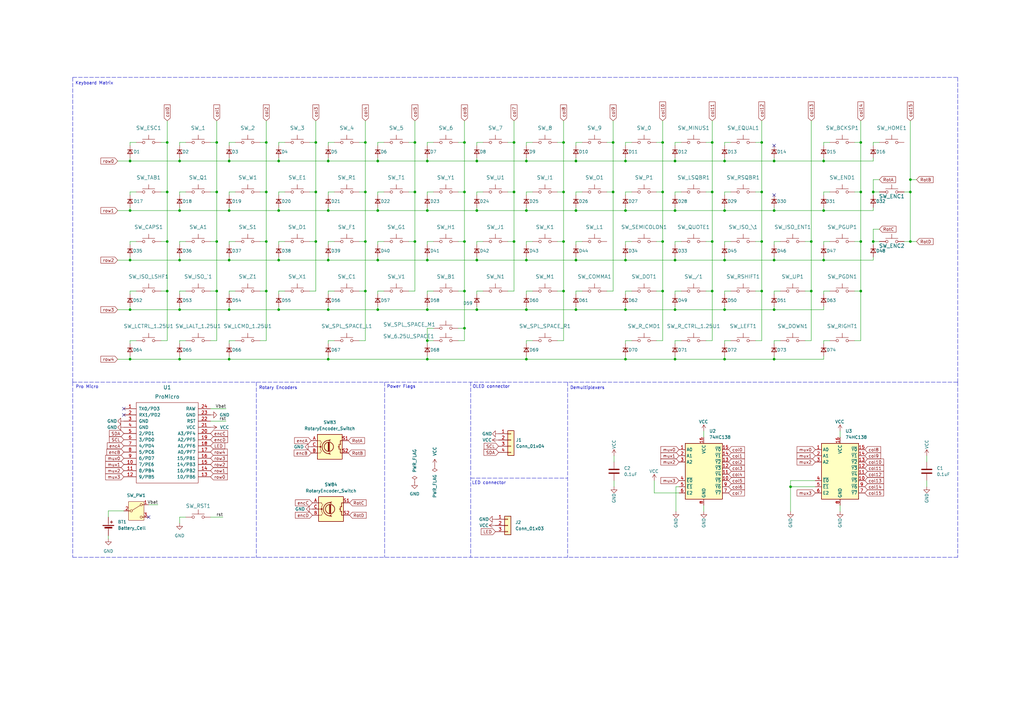
<source format=kicad_sch>
(kicad_sch (version 20231120) (generator "eeschema") (generator_version "8.0")
  (paper "A3")
  (junction (at 276.86 147.32))
  (junction (at 276.86 86.36))
  (junction (at 210.82 78.74))
  (junction (at 190.5 58.42))
  (junction (at 210.82 58.42))
  (junction (at 317.5 147.32))
  (junction (at 358.14 78.74))
  (junction (at 134.62 127))
  (junction (at 190.5 78.74))
  (junction (at 215.9 66.04))
  (junction (at 114.3 86.36))
  (junction (at 93.98 66.04))
  (junction (at 236.22 106.68))
  (junction (at 312.42 58.42))
  (junction (at 256.54 66.04))
  (junction (at 297.18 127))
  (junction (at 312.42 78.74))
  (junction (at 231.14 119.38))
  (junction (at 297.18 86.36))
  (junction (at 134.62 86.36))
  (junction (at 332.74 119.38))
  (junction (at 276.86 66.04))
  (junction (at 292.1 119.38))
  (junction (at 256.54 127))
  (junction (at 149.86 99.06))
  (junction (at 190.5 119.38))
  (junction (at 292.1 99.06))
  (junction (at 236.22 127))
  (junction (at 134.62 147.32))
  (junction (at 236.22 86.36))
  (junction (at 251.46 78.74))
  (junction (at 170.18 78.74))
  (junction (at 88.9 78.74))
  (junction (at 109.22 99.06))
  (junction (at 215.9 106.68))
  (junction (at 114.3 106.68))
  (junction (at 256.54 106.68))
  (junction (at 175.26 139.7))
  (junction (at 134.62 106.68))
  (junction (at 73.66 86.36))
  (junction (at 149.86 58.42))
  (junction (at 68.58 58.42))
  (junction (at 53.34 86.36))
  (junction (at 73.66 127))
  (junction (at 297.18 106.68))
  (junction (at 276.86 106.68))
  (junction (at 317.5 66.04))
  (junction (at 53.34 127))
  (junction (at 109.22 119.38))
  (junction (at 154.94 127))
  (junction (at 337.82 66.04))
  (junction (at 175.26 66.04))
  (junction (at 215.9 127))
  (junction (at 129.54 58.42))
  (junction (at 175.26 147.32))
  (junction (at 231.14 78.74))
  (junction (at 317.5 106.68))
  (junction (at 93.98 106.68))
  (junction (at 68.58 78.74))
  (junction (at 73.66 106.68))
  (junction (at 109.22 78.74))
  (junction (at 175.26 127))
  (junction (at 93.98 127))
  (junction (at 210.82 99.06))
  (junction (at 195.58 127))
  (junction (at 297.18 66.04))
  (junction (at 373.38 99.06))
  (junction (at 317.5 127))
  (junction (at 312.42 99.06))
  (junction (at 73.66 147.32))
  (junction (at 88.9 58.42))
  (junction (at 129.54 99.06))
  (junction (at 337.82 106.68))
  (junction (at 353.06 58.42))
  (junction (at 231.14 58.42))
  (junction (at 93.98 147.32))
  (junction (at 154.94 66.04))
  (junction (at 251.46 58.42))
  (junction (at 68.58 99.06))
  (junction (at 114.3 127))
  (junction (at 190.5 134.62))
  (junction (at 93.98 86.36))
  (junction (at 276.86 127))
  (junction (at 292.1 78.74))
  (junction (at 271.78 119.38))
  (junction (at 271.78 78.74))
  (junction (at 68.58 119.38))
  (junction (at 353.06 78.74))
  (junction (at 149.86 119.38))
  (junction (at 53.34 147.32))
  (junction (at 154.94 86.36))
  (junction (at 190.5 99.06))
  (junction (at 195.58 66.04))
  (junction (at 195.58 86.36))
  (junction (at 358.14 99.06))
  (junction (at 373.38 78.74))
  (junction (at 297.18 147.32))
  (junction (at 170.18 58.42))
  (junction (at 215.9 86.36))
  (junction (at 236.22 66.04))
  (junction (at 353.06 119.38))
  (junction (at 170.18 99.06))
  (junction (at 317.5 86.36))
  (junction (at 73.66 66.04))
  (junction (at 175.26 106.68))
  (junction (at 312.42 119.38))
  (junction (at 175.26 86.36))
  (junction (at 134.62 66.04))
  (junction (at 88.9 99.06))
  (junction (at 195.58 106.68))
  (junction (at 324.231 199.644))
  (junction (at 271.78 99.06))
  (junction (at 154.94 106.68))
  (junction (at 88.9 119.38))
  (junction (at 292.1 58.42))
  (junction (at 271.78 58.42))
  (junction (at 231.14 99.06))
  (junction (at 215.9 147.32))
  (junction (at 129.54 78.74))
  (junction (at 337.82 86.36))
  (junction (at 114.3 66.04))
  (junction (at 373.38 73.66))
  (junction (at 109.22 58.42))
  (junction (at 256.54 86.36))
  (junction (at 53.34 106.68))
  (junction (at 256.54 147.32))
  (junction (at 332.74 99.06))
  (junction (at 353.06 99.06))
  (junction (at 149.86 78.74))
  (junction (at 53.34 66.04))
  (no_connect (at 317.5 59.69))
  (no_connect (at 317.5 80.01))
  (no_connect (at 60.96 212.09))
  (no_connect (at 50.8 167.64))
  (no_connect (at 50.8 170.18))
  (wire (pts (xy 53.34 78.74) (xy 55.88 78.74)))
  (wire (pts (xy 271.78 49.53) (xy 271.78 58.42)))
  (wire (pts (xy 337.82 58.42) (xy 340.36 58.42)))
  (wire (pts (xy 134.62 106.68) (xy 154.94 106.68)))
  (wire (pts (xy 190.5 134.62) (xy 190.5 139.7)))
  (wire (pts (xy 93.98 59.69) (xy 93.98 58.42)))
  (wire (pts (xy 114.3 105.41) (xy 114.3 106.68)))
  (wire (pts (xy 231.14 139.7) (xy 231.14 119.38)))
  (wire (pts (xy 73.66 140.97) (xy 73.66 139.7)))
  (wire (pts (xy 66.04 78.74) (xy 68.58 78.74)))
  (wire (pts (xy 44.45 209.55) (xy 50.8 209.55)))
  (wire (pts (xy 73.66 85.09) (xy 73.66 86.36)))
  (wire (pts (xy 210.82 58.42) (xy 210.82 78.74)))
  (wire (pts (xy 292.1 58.42) (xy 292.1 78.74)))
  (wire (pts (xy 134.62 146.05) (xy 134.62 147.32)))
  (polyline (pts (xy 392.811 156.718) (xy 392.811 228.6)) (stroke (width 0) (type dash)))
  (wire (pts (xy 134.62 147.32) (xy 175.26 147.32)))
  (wire (pts (xy 236.22 105.41) (xy 236.22 106.68)))
  (wire (pts (xy 73.66 125.73) (xy 73.66 127)))
  (wire (pts (xy 276.86 119.38) (xy 279.4 119.38)))
  (wire (pts (xy 317.5 146.05) (xy 317.5 147.32)))
  (wire (pts (xy 53.34 58.42) (xy 53.34 59.69)))
  (wire (pts (xy 195.58 78.74) (xy 195.58 80.01)))
  (wire (pts (xy 289.56 99.06) (xy 292.1 99.06)))
  (wire (pts (xy 334.391 197.104) (xy 324.231 197.104)))
  (wire (pts (xy 236.22 86.36) (xy 256.54 86.36)))
  (wire (pts (xy 350.52 58.42) (xy 353.06 58.42)))
  (wire (pts (xy 268.351 202.184) (xy 268.351 197.104)))
  (wire (pts (xy 114.3 106.68) (xy 134.62 106.68)))
  (wire (pts (xy 370.84 99.06) (xy 373.38 99.06)))
  (wire (pts (xy 256.54 99.06) (xy 259.08 99.06)))
  (wire (pts (xy 218.44 139.7) (xy 215.9 139.7)))
  (wire (pts (xy 134.62 125.73) (xy 134.62 127)))
  (wire (pts (xy 134.62 78.74) (xy 137.16 78.74)))
  (wire (pts (xy 190.5 49.53) (xy 190.5 58.42)))
  (wire (pts (xy 256.54 86.36) (xy 276.86 86.36)))
  (wire (pts (xy 198.12 119.38) (xy 195.58 119.38)))
  (wire (pts (xy 309.88 139.7) (xy 312.42 139.7)))
  (wire (pts (xy 360.68 93.98) (xy 358.14 93.98)))
  (wire (pts (xy 337.82 119.38) (xy 337.82 120.65)))
  (wire (pts (xy 170.18 58.42) (xy 170.18 78.74)))
  (wire (pts (xy 66.04 99.06) (xy 68.58 99.06)))
  (wire (pts (xy 256.54 127) (xy 276.86 127)))
  (wire (pts (xy 228.6 58.42) (xy 231.14 58.42)))
  (wire (pts (xy 167.64 78.74) (xy 170.18 78.74)))
  (wire (pts (xy 208.28 119.38) (xy 210.82 119.38)))
  (wire (pts (xy 53.34 105.41) (xy 53.34 106.68)))
  (wire (pts (xy 187.96 119.38) (xy 190.5 119.38)))
  (wire (pts (xy 177.8 58.42) (xy 175.26 58.42)))
  (wire (pts (xy 256.54 146.05) (xy 256.54 147.32)))
  (wire (pts (xy 337.82 99.06) (xy 337.82 100.33)))
  (wire (pts (xy 195.58 99.06) (xy 195.58 100.33)))
  (wire (pts (xy 154.94 86.36) (xy 175.26 86.36)))
  (wire (pts (xy 129.54 49.53) (xy 129.54 58.42)))
  (polyline (pts (xy 29.845 228.6) (xy 105.41 228.6)) (stroke (width 0) (type dash)))
  (wire (pts (xy 175.26 147.32) (xy 215.9 147.32)))
  (wire (pts (xy 167.64 58.42) (xy 170.18 58.42)))
  (wire (pts (xy 312.42 99.06) (xy 312.42 119.38)))
  (wire (pts (xy 157.48 119.38) (xy 154.94 119.38)))
  (wire (pts (xy 276.86 127) (xy 297.18 127)))
  (wire (pts (xy 251.46 78.74) (xy 251.46 119.38)))
  (wire (pts (xy 353.06 58.42) (xy 353.06 78.74)))
  (polyline (pts (xy 29.845 156.718) (xy 29.845 228.6)) (stroke (width 0) (type dash)))
  (wire (pts (xy 215.9 127) (xy 236.22 127)))
  (wire (pts (xy 215.9 146.05) (xy 215.9 147.32)))
  (wire (pts (xy 44.45 212.09) (xy 44.45 209.55)))
  (wire (pts (xy 228.6 99.06) (xy 231.14 99.06)))
  (wire (pts (xy 297.18 120.65) (xy 297.18 119.38)))
  (wire (pts (xy 86.36 78.74) (xy 88.9 78.74)))
  (wire (pts (xy 175.26 66.04) (xy 195.58 66.04)))
  (wire (pts (xy 88.9 99.06) (xy 88.9 119.38)))
  (wire (pts (xy 114.3 120.65) (xy 114.3 119.38)))
  (wire (pts (xy 228.6 119.38) (xy 231.14 119.38)))
  (wire (pts (xy 109.22 99.06) (xy 109.22 119.38)))
  (wire (pts (xy 154.94 64.77) (xy 154.94 66.04)))
  (wire (pts (xy 175.26 125.73) (xy 175.26 127)))
  (wire (pts (xy 236.22 59.69) (xy 236.22 58.42)))
  (wire (pts (xy 358.14 59.69) (xy 358.14 58.42)))
  (wire (pts (xy 218.44 78.74) (xy 215.9 78.74)))
  (wire (pts (xy 373.38 73.66) (xy 373.38 78.74)))
  (wire (pts (xy 73.66 58.42) (xy 73.66 59.69)))
  (wire (pts (xy 93.98 106.68) (xy 114.3 106.68)))
  (wire (pts (xy 218.44 99.06) (xy 215.9 99.06)))
  (wire (pts (xy 288.671 176.784) (xy 288.671 179.324)))
  (wire (pts (xy 251.46 49.53) (xy 251.46 58.42)))
  (wire (pts (xy 297.18 125.73) (xy 297.18 127)))
  (wire (pts (xy 256.54 106.68) (xy 276.86 106.68)))
  (wire (pts (xy 360.68 73.66) (xy 358.14 73.66)))
  (wire (pts (xy 114.3 78.74) (xy 114.3 80.01)))
  (wire (pts (xy 236.22 85.09) (xy 236.22 86.36)))
  (wire (pts (xy 256.54 140.97) (xy 256.54 139.7)))
  (wire (pts (xy 317.5 140.97) (xy 317.5 139.7)))
  (wire (pts (xy 147.32 58.42) (xy 149.86 58.42)))
  (wire (pts (xy 48.26 127) (xy 53.34 127)))
  (wire (pts (xy 269.24 119.38) (xy 271.78 119.38)))
  (wire (pts (xy 350.52 99.06) (xy 353.06 99.06)))
  (wire (pts (xy 187.96 78.74) (xy 190.5 78.74)))
  (wire (pts (xy 137.16 58.42) (xy 134.62 58.42)))
  (wire (pts (xy 106.68 99.06) (xy 109.22 99.06)))
  (wire (pts (xy 215.9 86.36) (xy 236.22 86.36)))
  (wire (pts (xy 236.22 125.73) (xy 236.22 127)))
  (wire (pts (xy 340.36 139.7) (xy 337.82 139.7)))
  (polyline (pts (xy 157.734 156.718) (xy 157.734 228.6)) (stroke (width 0) (type dash)))
  (wire (pts (xy 358.14 64.77) (xy 358.14 66.04)))
  (wire (pts (xy 73.66 105.41) (xy 73.66 106.68)))
  (wire (pts (xy 215.9 58.42) (xy 218.44 58.42)))
  (wire (pts (xy 236.22 66.04) (xy 256.54 66.04)))
  (wire (pts (xy 53.34 100.33) (xy 53.34 99.06)))
  (wire (pts (xy 276.86 140.97) (xy 276.86 139.7)))
  (wire (pts (xy 147.32 78.74) (xy 149.86 78.74)))
  (wire (pts (xy 276.86 66.04) (xy 297.18 66.04)))
  (wire (pts (xy 175.26 58.42) (xy 175.26 59.69)))
  (wire (pts (xy 276.86 78.74) (xy 279.4 78.74)))
  (wire (pts (xy 236.22 100.33) (xy 236.22 99.06)))
  (wire (pts (xy 292.1 99.06) (xy 292.1 119.38)))
  (wire (pts (xy 66.04 58.42) (xy 68.58 58.42)))
  (wire (pts (xy 297.18 66.04) (xy 317.5 66.04)))
  (wire (pts (xy 195.58 119.38) (xy 195.58 120.65)))
  (wire (pts (xy 44.45 219.71) (xy 44.45 220.98)))
  (wire (pts (xy 86.36 167.64) (xy 92.71 167.64)))
  (wire (pts (xy 297.18 139.7) (xy 299.72 139.7)))
  (wire (pts (xy 53.34 78.74) (xy 53.34 80.01)))
  (wire (pts (xy 53.34 85.09) (xy 53.34 86.36)))
  (wire (pts (xy 337.82 106.68) (xy 358.14 106.68)))
  (wire (pts (xy 60.96 207.01) (xy 64.77 207.01)))
  (wire (pts (xy 236.22 64.77) (xy 236.22 66.04)))
  (wire (pts (xy 210.82 99.06) (xy 210.82 119.38)))
  (wire (pts (xy 236.22 120.65) (xy 236.22 119.38)))
  (wire (pts (xy 114.3 58.42) (xy 116.84 58.42)))
  (wire (pts (xy 86.36 58.42) (xy 88.9 58.42)))
  (wire (pts (xy 154.94 66.04) (xy 175.26 66.04)))
  (wire (pts (xy 177.8 119.38) (xy 175.26 119.38)))
  (wire (pts (xy 309.88 99.06) (xy 312.42 99.06)))
  (wire (pts (xy 116.84 78.74) (xy 114.3 78.74)))
  (wire (pts (xy 215.9 125.73) (xy 215.9 127)))
  (wire (pts (xy 154.94 125.73) (xy 154.94 127)))
  (wire (pts (xy 154.94 85.09) (xy 154.94 86.36)))
  (wire (pts (xy 53.34 147.32) (xy 73.66 147.32)))
  (wire (pts (xy 215.9 105.41) (xy 215.9 106.68)))
  (wire (pts (xy 190.5 78.74) (xy 190.5 99.06)))
  (wire (pts (xy 256.54 80.01) (xy 256.54 78.74)))
  (wire (pts (xy 134.62 80.01) (xy 134.62 78.74)))
  (wire (pts (xy 175.26 106.68) (xy 195.58 106.68)))
  (wire (pts (xy 337.82 139.7) (xy 337.82 140.97)))
  (wire (pts (xy 236.22 106.68) (xy 256.54 106.68)))
  (wire (pts (xy 134.62 105.41) (xy 134.62 106.68)))
  (wire (pts (xy 231.14 58.42) (xy 231.14 78.74)))
  (wire (pts (xy 93.98 99.06) (xy 93.98 100.33)))
  (wire (pts (xy 96.52 99.06) (xy 93.98 99.06)))
  (wire (pts (xy 93.98 66.04) (xy 114.3 66.04)))
  (wire (pts (xy 190.5 119.38) (xy 190.5 134.62)))
  (wire (pts (xy 256.54 139.7) (xy 259.08 139.7)))
  (wire (pts (xy 256.54 66.04) (xy 276.86 66.04)))
  (wire (pts (xy 73.66 64.77) (xy 73.66 66.04)))
  (wire (pts (xy 292.1 49.53) (xy 292.1 58.42)))
  (wire (pts (xy 276.86 139.7) (xy 279.4 139.7)))
  (wire (pts (xy 256.54 58.42) (xy 259.08 58.42)))
  (wire (pts (xy 317.5 64.77) (xy 317.5 66.04)))
  (wire (pts (xy 76.2 58.42) (xy 73.66 58.42)))
  (wire (pts (xy 317.5 105.41) (xy 317.5 106.68)))
  (wire (pts (xy 337.82 86.36) (xy 358.14 86.36)))
  (wire (pts (xy 73.66 146.05) (xy 73.66 147.32)))
  (wire (pts (xy 114.3 85.09) (xy 114.3 86.36)))
  (wire (pts (xy 317.5 106.68) (xy 337.82 106.68)))
  (wire (pts (xy 134.62 66.04) (xy 154.94 66.04)))
  (wire (pts (xy 276.86 99.06) (xy 279.4 99.06)))
  (wire (pts (xy 175.26 86.36) (xy 195.58 86.36)))
  (wire (pts (xy 55.88 119.38) (xy 53.34 119.38)))
  (wire (pts (xy 256.54 125.73) (xy 256.54 127)))
  (wire (pts (xy 236.22 119.38) (xy 238.76 119.38)))
  (wire (pts (xy 106.68 139.7) (xy 109.22 139.7)))
  (wire (pts (xy 215.9 119.38) (xy 215.9 120.65)))
  (wire (pts (xy 93.98 105.41) (xy 93.98 106.68)))
  (wire (pts (xy 129.54 58.42) (xy 129.54 78.74)))
  (wire (pts (xy 208.28 99.06) (xy 210.82 99.06)))
  (wire (pts (xy 353.06 49.53) (xy 353.06 58.42)))
  (wire (pts (xy 373.38 73.66) (xy 375.92 73.66)))
  (wire (pts (xy 380.111 197.104) (xy 380.111 199.644)))
  (wire (pts (xy 88.9 58.42) (xy 88.9 78.74)))
  (wire (pts (xy 317.5 139.7) (xy 320.04 139.7)))
  (wire (pts (xy 86.36 172.72) (xy 92.71 172.72)))
  (wire (pts (xy 106.68 119.38) (xy 109.22 119.38)))
  (wire (pts (xy 309.88 119.38) (xy 312.42 119.38)))
  (wire (pts (xy 358.14 93.98) (xy 358.14 99.06)))
  (wire (pts (xy 147.32 139.7) (xy 149.86 139.7)))
  (wire (pts (xy 358.14 58.42) (xy 360.68 58.42)))
  (wire (pts (xy 66.04 119.38) (xy 68.58 119.38)))
  (wire (pts (xy 88.9 119.38) (xy 88.9 139.7)))
  (wire (pts (xy 289.56 78.74) (xy 292.1 78.74)))
  (wire (pts (xy 312.42 58.42) (xy 312.42 78.74)))
  (wire (pts (xy 276.86 85.09) (xy 276.86 86.36)))
  (wire (pts (xy 175.26 139.7) (xy 177.8 139.7)))
  (wire (pts (xy 73.66 66.04) (xy 93.98 66.04)))
  (wire (pts (xy 48.26 147.32) (xy 53.34 147.32)))
  (wire (pts (xy 86.36 139.7) (xy 88.9 139.7)))
  (wire (pts (xy 231.14 49.53) (xy 231.14 58.42)))
  (wire (pts (xy 276.86 105.41) (xy 276.86 106.68)))
  (wire (pts (xy 198.12 78.74) (xy 195.58 78.74)))
  (wire (pts (xy 236.22 127) (xy 256.54 127)))
  (wire (pts (xy 154.94 78.74) (xy 154.94 80.01)))
  (wire (pts (xy 86.36 99.06) (xy 88.9 99.06)))
  (wire (pts (xy 324.231 199.644) (xy 334.391 199.644)))
  (wire (pts (xy 340.36 119.38) (xy 337.82 119.38)))
  (wire (pts (xy 195.58 105.41) (xy 195.58 106.68)))
  (wire (pts (xy 276.86 146.05) (xy 276.86 147.32)))
  (wire (pts (xy 198.12 58.42) (xy 195.58 58.42)))
  (wire (pts (xy 256.54 119.38) (xy 259.08 119.38)))
  (wire (pts (xy 276.86 58.42) (xy 279.4 58.42)))
  (wire (pts (xy 157.48 78.74) (xy 154.94 78.74)))
  (wire (pts (xy 353.06 99.06) (xy 353.06 119.38)))
  (wire (pts (xy 271.78 58.42) (xy 271.78 78.74)))
  (wire (pts (xy 248.92 58.42) (xy 251.46 58.42)))
  (wire (pts (xy 114.3 125.73) (xy 114.3 127)))
  (wire (pts (xy 175.26 78.74) (xy 175.26 80.01)))
  (wire (pts (xy 127 99.06) (xy 129.54 99.06)))
  (wire (pts (xy 360.68 99.06) (xy 358.14 99.06)))
  (wire (pts (xy 109.22 58.42) (xy 109.22 78.74)))
  (wire (pts (xy 358.14 73.66) (xy 358.14 78.74)))
  (wire (pts (xy 134.62 127) (xy 154.94 127)))
  (wire (pts (xy 114.3 59.69) (xy 114.3 58.42)))
  (wire (pts (xy 147.32 119.38) (xy 149.86 119.38)))
  (wire (pts (xy 297.18 119.38) (xy 299.72 119.38)))
  (wire (pts (xy 68.58 99.06) (xy 68.58 119.38)))
  (wire (pts (xy 195.58 106.68) (xy 215.9 106.68)))
  (wire (pts (xy 297.18 80.01) (xy 297.18 78.74)))
  (wire (pts (xy 256.54 64.77) (xy 256.54 66.04)))
  (wire (pts (xy 177.8 99.06) (xy 175.26 99.06)))
  (wire (pts (xy 297.18 99.06) (xy 299.72 99.06)))
  (wire (pts (xy 167.64 119.38) (xy 170.18 119.38)))
  (wire (pts (xy 215.9 78.74) (xy 215.9 80.01)))
  (wire (pts (xy 269.24 58.42) (xy 271.78 58.42)))
  (wire (pts (xy 93.98 147.32) (xy 134.62 147.32)))
  (wire (pts (xy 109.22 49.53) (xy 109.22 58.42)))
  (wire (pts (xy 271.78 119.38) (xy 271.78 139.7)))
  (wire (pts (xy 48.26 106.68) (xy 53.34 106.68)))
  (wire (pts (xy 276.86 125.73) (xy 276.86 127)))
  (wire (pts (xy 53.34 146.05) (xy 53.34 147.32)))
  (wire (pts (xy 195.58 127) (xy 215.9 127)))
  (wire (pts (xy 210.82 78.74) (xy 210.82 99.06)))
  (wire (pts (xy 276.86 147.32) (xy 297.18 147.32)))
  (wire (pts (xy 129.54 99.06) (xy 129.54 119.38)))
  (wire (pts (xy 236.22 78.74) (xy 236.22 80.01)))
  (wire (pts (xy 149.86 99.06) (xy 149.86 119.38)))
  (wire (pts (xy 53.34 58.42) (xy 55.88 58.42)))
  (wire (pts (xy 170.18 78.74) (xy 170.18 99.06)))
  (wire (pts (xy 373.38 49.53) (xy 373.38 73.66)))
  (wire (pts (xy 317.5 66.04) (xy 337.82 66.04)))
  (wire (pts (xy 312.42 49.53) (xy 312.42 58.42)))
  (wire (pts (xy 106.68 78.74) (xy 109.22 78.74)))
  (wire (pts (xy 93.98 86.36) (xy 114.3 86.36)))
  (wire (pts (xy 256.54 100.33) (xy 256.54 99.06)))
  (wire (pts (xy 149.86 78.74) (xy 149.86 99.06)))
  (wire (pts (xy 350.52 78.74) (xy 353.06 78.74)))
  (wire (pts (xy 297.18 146.05) (xy 297.18 147.32)))
  (polyline (pts (xy 193.04 156.718) (xy 193.04 228.6)) (stroke (width 0) (type dash)))
  (wire (pts (xy 109.22 78.74) (xy 109.22 99.06)))
  (wire (pts (xy 317.5 120.65) (xy 317.5 119.38)))
  (wire (pts (xy 256.54 120.65) (xy 256.54 119.38)))
  (wire (pts (xy 236.22 58.42) (xy 238.76 58.42)))
  (wire (pts (xy 210.82 49.53) (xy 210.82 58.42)))
  (wire (pts (xy 48.26 86.36) (xy 53.34 86.36)))
  (wire (pts (xy 73.66 99.06) (xy 73.66 100.33)))
  (wire (pts (xy 137.16 99.06) (xy 134.62 99.06)))
  (wire (pts (xy 68.58 58.42) (xy 68.58 78.74)))
  (wire (pts (xy 297.18 64.77) (xy 297.18 66.04)))
  (wire (pts (xy 269.24 139.7) (xy 271.78 139.7)))
  (wire (pts (xy 147.32 99.06) (xy 149.86 99.06)))
  (wire (pts (xy 289.56 139.7) (xy 292.1 139.7)))
  (wire (pts (xy 167.64 99.06) (xy 170.18 99.06)))
  (wire (pts (xy 330.2 99.06) (xy 332.74 99.06)))
  (wire (pts (xy 195.58 64.77) (xy 195.58 66.04)))
  (wire (pts (xy 297.18 147.32) (xy 317.5 147.32)))
  (wire (pts (xy 276.86 80.01) (xy 276.86 78.74)))
  (wire (pts (xy 114.3 86.36) (xy 134.62 86.36)))
  (wire (pts (xy 88.9 78.74) (xy 88.9 99.06)))
  (wire (pts (xy 256.54 85.09) (xy 256.54 86.36)))
  (wire (pts (xy 297.18 86.36) (xy 317.5 86.36)))
  (wire (pts (xy 88.9 49.53) (xy 88.9 58.42)))
  (wire (pts (xy 256.54 78.74) (xy 259.08 78.74)))
  (wire (pts (xy 297.18 58.42) (xy 299.72 58.42)))
  (wire (pts (xy 175.26 140.97) (xy 175.26 139.7)))
  (wire (pts (xy 93.98 139.7) (xy 96.52 139.7)))
  (wire (pts (xy 228.6 78.74) (xy 231.14 78.74)))
  (wire (pts (xy 208.28 78.74) (xy 210.82 78.74)))
  (wire (pts (xy 86.36 119.38) (xy 88.9 119.38)))
  (wire (pts (xy 175.26 134.62) (xy 177.8 134.62)))
  (wire (pts (xy 228.6 139.7) (xy 231.14 139.7)))
  (wire (pts (xy 215.9 99.06) (xy 215.9 100.33)))
  (wire (pts (xy 271.78 78.74) (xy 271.78 99.06)))
  (wire (pts (xy 297.18 106.68) (xy 317.5 106.68)))
  (wire (pts (xy 73.66 139.7) (xy 76.2 139.7)))
  (wire (pts (xy 373.38 78.74) (xy 373.38 99.06)))
  (wire (pts (xy 73.66 78.74) (xy 76.2 78.74)))
  (wire (pts (xy 340.36 99.06) (xy 337.82 99.06)))
  (wire (pts (xy 337.82 105.41) (xy 337.82 106.68)))
  (wire (pts (xy 149.86 49.53) (xy 149.86 58.42)))
  (wire (pts (xy 337.82 66.04) (xy 358.14 66.04)))
  (wire (pts (xy 218.44 119.38) (xy 215.9 119.38)))
  (wire (pts (xy 236.22 99.06) (xy 238.76 99.06)))
  (wire (pts (xy 276.86 59.69) (xy 276.86 58.42)))
  (wire (pts (xy 337.82 125.73) (xy 337.82 127)))
  (wire (pts (xy 187.96 134.62) (xy 190.5 134.62)))
  (wire (pts (xy 317.5 127) (xy 337.82 127)))
  (wire (pts (xy 195.58 85.09) (xy 195.58 86.36)))
  (wire (pts (xy 251.46 58.42) (xy 251.46 78.74)))
  (wire (pts (xy 154.94 106.68) (xy 175.26 106.68)))
  (wire (pts (xy 317.5 86.36) (xy 337.82 86.36)))
  (wire (pts (xy 177.8 78.74) (xy 175.26 78.74)))
  (wire (pts (xy 271.78 99.06) (xy 271.78 119.38)))
  (wire (pts (xy 317.5 147.32) (xy 337.82 147.32)))
  (wire (pts (xy 215.9 147.32) (xy 256.54 147.32)))
  (wire (pts (xy 215.9 59.69) (xy 215.9 58.42)))
  (wire (pts (xy 93.98 85.09) (xy 93.98 86.36)))
  (wire (pts (xy 297.18 127) (xy 317.5 127)))
  (wire (pts (xy 350.52 119.38) (xy 353.06 119.38)))
  (wire (pts (xy 198.12 99.06) (xy 195.58 99.06)))
  (wire (pts (xy 96.52 119.38) (xy 93.98 119.38)))
  (wire (pts (xy 127 58.42) (xy 129.54 58.42)))
  (wire (pts (xy 344.551 207.264) (xy 344.551 209.804)))
  (wire (pts (xy 129.54 78.74) (xy 129.54 99.06)))
  (wire (pts (xy 154.94 105.41) (xy 154.94 106.68)))
  (wire (pts (xy 175.26 105.41) (xy 175.26 106.68)))
  (wire (pts (xy 289.56 58.42) (xy 292.1 58.42)))
  (wire (pts (xy 256.54 147.32) (xy 276.86 147.32)))
  (wire (pts (xy 332.74 49.53) (xy 332.74 99.06)))
  (wire (pts (xy 175.26 119.38) (xy 175.26 120.65)))
  (wire (pts (xy 73.66 120.65) (xy 73.66 119.38)))
  (wire (pts (xy 114.3 64.77) (xy 114.3 66.04)))
  (wire (pts (xy 73.66 80.01) (xy 73.66 78.74)))
  (wire (pts (xy 337.82 64.77) (xy 337.82 66.04)))
  (wire (pts (xy 73.66 212.09) (xy 76.2 212.09)))
  (wire (pts (xy 157.48 58.42) (xy 154.94 58.42)))
  (wire (pts (xy 215.9 106.68) (xy 236.22 106.68)))
  (wire (pts (xy 68.58 49.53) (xy 68.58 58.42)))
  (wire (pts (xy 330.2 119.38) (xy 332.74 119.38)))
  (wire (pts (xy 53.34 127) (xy 73.66 127)))
  (wire (pts (xy 134.62 99.06) (xy 134.62 100.33)))
  (wire (pts (xy 73.66 106.68) (xy 93.98 106.68)))
  (wire (pts (xy 86.36 212.09) (xy 91.44 212.09)))
  (wire (pts (xy 350.52 139.7) (xy 353.06 139.7)))
  (wire (pts (xy 134.62 120.65) (xy 134.62 119.38)))
  (wire (pts (xy 269.24 78.74) (xy 271.78 78.74)))
  (wire (pts (xy 309.88 58.42) (xy 312.42 58.42)))
  (wire (pts (xy 248.92 119.38) (xy 251.46 119.38)))
  (wire (pts (xy 256.54 105.41) (xy 256.54 106.68)))
  (polyline (pts (xy 232.791 156.718) (xy 232.791 228.6)) (stroke (width 0) (type dash)))
  (wire (pts (xy 114.3 119.38) (xy 116.84 119.38)))
  (wire (pts (xy 231.14 78.74) (xy 231.14 99.06)))
  (wire (pts (xy 53.34 66.04) (xy 73.66 66.04)))
  (wire (pts (xy 134.62 85.09) (xy 134.62 86.36)))
  (wire (pts (xy 175.26 64.77) (xy 175.26 66.04)))
  (wire (pts (xy 276.86 106.68) (xy 297.18 106.68)))
  (wire (pts (xy 297.18 78.74) (xy 299.72 78.74)))
  (wire (pts (xy 195.58 125.73) (xy 195.58 127)))
  (wire (pts (xy 170.18 99.06) (xy 170.18 119.38)))
  (polyline (pts (xy 392.811 228.6) (xy 105.41 228.6)) (stroke (width 0) (type dash)))
  (wire (pts (xy 215.9 85.09) (xy 215.9 86.36)))
  (wire (pts (xy 317.5 125.73) (xy 317.5 127)))
  (wire (pts (xy 109.22 119.38) (xy 109.22 139.7)))
  (wire (pts (xy 53.34 64.77) (xy 53.34 66.04)))
  (wire (pts (xy 93.98 80.01) (xy 93.98 78.74)))
  (wire (pts (xy 358.14 78.74) (xy 360.68 78.74)))
  (wire (pts (xy 195.58 66.04) (xy 215.9 66.04)))
  (wire (pts (xy 309.88 78.74) (xy 312.42 78.74)))
  (wire (pts (xy 324.231 197.104) (xy 324.231 199.644)))
  (wire (pts (xy 330.2 139.7) (xy 332.74 139.7)))
  (wire (pts (xy 337.82 146.05) (xy 337.82 147.32)))
  (wire (pts (xy 277.241 199.644) (xy 277.241 209.804)))
  (wire (pts (xy 134.62 64.77) (xy 134.62 66.04)))
  (wire (pts (xy 149.86 119.38) (xy 149.86 139.7)))
  (wire (pts (xy 187.96 99.06) (xy 190.5 99.06)))
  (wire (pts (xy 297.18 105.41) (xy 297.18 106.68)))
  (wire (pts (xy 276.86 86.36) (xy 297.18 86.36)))
  (wire (pts (xy 114.3 66.04) (xy 134.62 66.04)))
  (wire (pts (xy 337.82 78.74) (xy 337.82 80.01)))
  (wire (pts (xy 256.54 59.69) (xy 256.54 58.42)))
  (wire (pts (xy 297.18 85.09) (xy 297.18 86.36)))
  (wire (pts (xy 312.42 119.38) (xy 312.42 139.7)))
  (wire (pts (xy 317.5 99.06) (xy 320.04 99.06)))
  (polyline (pts (xy 105.156 156.718) (xy 105.156 228.6)) (stroke (width 0) (type dash)))
  (wire (pts (xy 73.66 214.63) (xy 73.66 212.09)))
  (wire (pts (xy 215.9 66.04) (xy 236.22 66.04)))
  (wire (pts (xy 278.511 199.644) (xy 277.241 199.644)))
  (wire (pts (xy 231.14 99.06) (xy 231.14 119.38)))
  (polyline (pts (xy 193.04 196.088) (xy 232.791 196.088)) (stroke (width 0) (type dash)))
  (wire (pts (xy 332.74 99.06) (xy 332.74 119.38)))
  (wire (pts (xy 93.98 146.05) (xy 93.98 147.32)))
  (wire (pts (xy 73.66 119.38) (xy 76.2 119.38)))
  (wire (pts (xy 312.42 78.74) (xy 312.42 99.06)))
  (wire (pts (xy 53.34 86.36) (xy 73.66 86.36)))
  (polyline (pts (xy 29.845 156.718) (xy 392.811 156.718)) (stroke (width 0) (type dash)))
  (wire (pts (xy 358.14 80.01) (xy 358.14 78.74)))
  (wire (pts (xy 251.841 197.104) (xy 251.841 199.644)))
  (wire (pts (xy 324.231 209.804) (xy 324.231 199.644)))
  (wire (pts (xy 175.26 146.05) (xy 175.26 147.32)))
  (wire (pts (xy 68.58 139.7) (xy 66.04 139.7)))
  (wire (pts (xy 93.98 125.73) (xy 93.98 127)))
  (wire (pts (xy 154.94 58.42) (xy 154.94 59.69)))
  (wire (pts (xy 195.58 58.42) (xy 195.58 59.69)))
  (wire (pts (xy 93.98 127) (xy 114.3 127)))
  (wire (pts (xy 106.68 58.42) (xy 109.22 58.42)))
  (wire (pts (xy 289.56 119.38) (xy 292.1 119.38)))
  (wire (pts (xy 114.3 100.33) (xy 114.3 99.06)))
  (wire (pts (xy 134.62 58.42) (xy 134.62 59.69)))
  (wire (pts (xy 215.9 64.77) (xy 215.9 66.04)))
  (wire (pts (xy 175.26 139.7) (xy 175.26 134.62)))
  (wire (pts (xy 175.26 85.09) (xy 175.26 86.36)))
  (wire (pts (xy 215.9 139.7) (xy 215.9 140.97)))
  (wire (pts (xy 114.3 99.06) (xy 116.84 99.06)))
  (wire (pts (xy 248.92 78.74) (xy 251.46 78.74)))
  (wire (pts (xy 292.1 119.38) (xy 292.1 139.7)))
  (wire (pts (xy 337.82 59.69) (xy 337.82 58.42)))
  (wire (pts (xy 68.58 119.38) (xy 68.58 139.7)))
  (wire (pts (xy 358.14 105.41) (xy 358.14 106.68)))
  (wire (pts (xy 76.2 99.06) (xy 73.66 99.06)))
  (wire (pts (xy 332.74 119.38) (xy 332.74 139.7)))
  (wire (pts (xy 358.14 85.09) (xy 358.14 86.36)))
  (wire (pts (xy 93.98 64.77) (xy 93.98 66.04)))
  (wire (pts (xy 317.5 100.33) (xy 317.5 99.06)))
  (wire (pts (xy 276.86 120.65) (xy 276.86 119.38)))
  (wire (pts (xy 190.5 58.42) (xy 190.5 78.74)))
  (wire (pts (xy 134.62 139.7) (xy 134.62 140.97)))
  (wire (pts (xy 53.34 139.7) (xy 55.88 139.7)))
  (wire (pts (xy 208.28 58.42) (xy 210.82 58.42)))
  (polyline (pts (xy 29.845 31.75) (xy 29.845 156.718)) (stroke (width 0) (type dash)))
  (wire (pts (xy 154.94 99.06) (xy 154.94 100.33)))
  (polyline (pts (xy 392.811 31.75) (xy 392.811 156.718)) (stroke (width 0) (type dash)))
  (wire (pts (xy 68.58 78.74) (xy 68.58 99.06)))
  (wire (pts (xy 149.86 58.42) (xy 149.86 78.74)))
  (wire (pts (xy 73.66 147.32) (xy 93.98 147.32)))
  (wire (pts (xy 317.5 119.38) (xy 320.04 119.38)))
  (wire (pts (xy 278.511 202.184) (xy 268.351 202.184)))
  (wire (pts (xy 288.671 207.264) (xy 288.671 209.804)))
  (wire (pts (xy 370.84 78.74) (xy 373.38 78.74)))
  (wire (pts (xy 297.18 140.97) (xy 297.18 139.7)))
  (wire (pts (xy 48.26 66.04) (xy 53.34 66.04)))
  (wire (pts (xy 353.06 78.74) (xy 353.06 99.06)))
  (wire (pts (xy 93.98 140.97) (xy 93.98 139.7)))
  (wire (pts (xy 73.66 86.36) (xy 93.98 86.36)))
  (wire (pts (xy 170.18 49.53) (xy 170.18 58.42)))
  (wire (pts (xy 53.34 99.06) (xy 55.88 99.06)))
  (wire (pts (xy 373.38 99.06) (xy 375.92 99.06)))
  (wire (pts (xy 292.1 78.74) (xy 292.1 99.06)))
  (wire (pts (xy 127 119.38) (xy 129.54 119.38)))
  (wire (pts (xy 190.5 99.06) (xy 190.5 119.38)))
  (wire (pts (xy 187.96 139.7) (xy 190.5 139.7)))
  (wire (pts (xy 340.36 78.74) (xy 337.82 78.74)))
  (wire (pts (xy 157.48 99.06) (xy 154.94 99.06)))
  (wire (pts (xy 337.82 85.09) (xy 337.82 86.36)))
  (wire (pts (xy 358.14 99.06) (xy 358.14 100.33)))
  (wire (pts (xy 93.98 58.42) (xy 96.52 58.42)))
  (wire (pts (xy 114.3 127) (xy 134.62 127)))
  (wire (pts (xy 154.94 119.38) (xy 154.94 120.65)))
  (wire (pts (xy 137.16 139.7) (xy 134.62 139.7)))
  (wire (pts (xy 73.66 127) (xy 93.98 127)))
  (wire (pts (xy 317.5 85.09) (xy 317.5 86.36)))
  (wire (pts (xy 93.98 78.74) (xy 96.52 78.74)))
  (wire (pts (xy 53.34 125.73) (xy 53.34 127)))
  (wire (pts (xy 238.76 78.74) (xy 236.22 78.74)))
  (wire (pts (xy 154.94 127) (xy 175.26 127)))
  (wire (pts (xy 53.34 140.97) (xy 53.34 139.7)))
  (wire (pts (xy 175.26 99.06) (xy 175.26 100.33)))
  (wire (pts (xy 134.62 86.36) (xy 154.94 86.36)))
  (wire (pts (xy 297.18 100.33) (xy 297.18 99.06)))
  (wire (pts (xy 353.06 119.38) (xy 353.06 139.7)))
  (wire (pts (xy 53.34 119.38) (xy 53.34 120.65)))
  (wire (pts (xy 187.96 58.42) (xy 190.5 58.42)))
  (polyline (pts (xy 29.845 31.75) (xy 392.811 31.75)) (stroke (width 0) (type dash)))
  (wire (pts (xy 93.98 119.38) (xy 93.98 120.65)))
  (wire (pts (xy 276.86 100.33) (xy 276.86 99.06)))
  (wire (pts (xy 175.26 127) (xy 195.58 127)))
  (wire (pts (xy 134.62 119.38) (xy 137.16 119.38)))
  (wire (pts (xy 53.34 106.68) (xy 73.66 106.68)))
  (wire (pts (xy 269.24 99.06) (xy 271.78 99.06)))
  (wire (pts (xy 276.86 64.77) (xy 276.86 66.04)))
  (wire (pts (xy 297.18 59.69) (xy 297.18 58.42)))
  (wire (pts (xy 380.111 189.484) (xy 380.111 186.944)))
  (wire (pts (xy 195.58 86.36) (xy 215.9 86.36)))
  (wire (pts (xy 251.841 186.944) (xy 251.841 189.484)))
  (wire (pts (xy 344.551 176.784) (xy 344.551 179.324)))
  (wire (pts (xy 127 78.74) (xy 129.54 78.74)))
  (text "OLED connector" (at 193.802 159.385 0) (effects (font (size 1.27 1.27)) (justify left bottom)))
  (text "Rotary Encoders" (at 106.172 159.893 0) (effects (font (size 1.27 1.27)) (justify left bottom)))
  (text "Keyboard Matrix" (at 30.861 34.925 0) (effects (font (size 1.27 1.27)) (justify left bottom)))
  (text "Power Flags" (at 158.623 159.385 0) (effects (font (size 1.27 1.27)) (justify left bottom)))
  (text "LED connector" (at 193.548 198.882 0) (effects (font (size 1.27 1.27)) (justify left bottom)))
  (text "Pro Micro" (at 30.988 159.512 0) (effects (font (size 1.27 1.27)) (justify left bottom)))
  (text "Demultiplexers" (at 233.807 159.893 0) (effects (font (size 1.27 1.27)) (justify left bottom)))
  (label "rst" (at 91.44 212.09 180))
  (label "rst" (at 92.71 172.72 180))
  (label "Vbat" (at 64.77 207.01 180))
  (label "Vbat" (at 92.71 167.64 180))
  (global_label "col6" (shape input) (at 190.5 49.53 90) (property "Intersheetrefs" "${INTERSHEET_REFS}" (effects (hide yes))))
  (global_label "RotA" (shape input) (at 142.875 180.721 0) (property "Intersheetrefs" "${INTERSHEET_REFS}" (effects (hide yes))))
  (global_label "LED" (shape input) (at 86.36 182.88 0) (property "Intersheetrefs" "${INTERSHEET_REFS}" (effects (hide yes))))
  (global_label "RotC" (shape input) (at 143.383 206.248 0) (property "Intersheetrefs" "${INTERSHEET_REFS}" (effects (hide yes))))
  (global_label "col13" (shape input) (at 332.74 49.53 90) (property "Intersheetrefs" "${INTERSHEET_REFS}" (effects (hide yes))))
  (global_label "col12" (shape input) (at 354.711 194.564 0) (property "Intersheetrefs" "${INTERSHEET_REFS}" (effects (hide yes))))
  (global_label "SCL" (shape input) (at 204.47 183.007 180) (property "Intersheetrefs" "${INTERSHEET_REFS}" (effects (hide yes))))
  (global_label "col9" (shape input) (at 354.711 186.944 0) (property "Intersheetrefs" "${INTERSHEET_REFS}" (effects (hide yes))))
  (global_label "mux2" (shape input) (at 50.8 193.04 180) (property "Intersheetrefs" "${INTERSHEET_REFS}" (effects (hide yes))))
  (global_label "col8" (shape input) (at 231.14 49.53 90) (property "Intersheetrefs" "${INTERSHEET_REFS}" (effects (hide yes))))
  (global_label "mux1" (shape input) (at 334.391 186.944 180) (property "Intersheetrefs" "${INTERSHEET_REFS}" (effects (hide yes))))
  (global_label "encA" (shape input) (at 127.635 180.721 180) (property "Intersheetrefs" "${INTERSHEET_REFS}" (effects (hide yes))))
  (global_label "mux1" (shape input) (at 50.8 190.5 180) (property "Intersheetrefs" "${INTERSHEET_REFS}" (effects (hide yes))))
  (global_label "RotC" (shape input) (at 360.68 93.98 0) (property "Intersheetrefs" "${INTERSHEET_REFS}" (effects (hide yes))))
  (global_label "mux3" (shape input) (at 50.8 195.58 180) (property "Intersheetrefs" "${INTERSHEET_REFS}" (effects (hide yes))))
  (global_label "col10" (shape input) (at 271.78 49.53 90) (property "Intersheetrefs" "${INTERSHEET_REFS}" (effects (hide yes))))
  (global_label "col2" (shape input) (at 298.831 189.484 0) (property "Intersheetrefs" "${INTERSHEET_REFS}" (effects (hide yes))))
  (global_label "RotB" (shape input) (at 142.875 185.801 0) (property "Intersheetrefs" "${INTERSHEET_REFS}" (effects (hide yes))))
  (global_label "RotD" (shape input) (at 143.383 211.328 0) (property "Intersheetrefs" "${INTERSHEET_REFS}" (effects (hide yes))))
  (global_label "encD" (shape input) (at 86.36 180.34 0) (property "Intersheetrefs" "${INTERSHEET_REFS}" (effects (hide yes))))
  (global_label "mux2" (shape input) (at 334.391 189.484 180) (property "Intersheetrefs" "${INTERSHEET_REFS}" (effects (hide yes))))
  (global_label "col4" (shape input) (at 298.831 194.564 0) (property "Intersheetrefs" "${INTERSHEET_REFS}" (effects (hide yes))))
  (global_label "col5" (shape input) (at 170.18 49.53 90) (property "Intersheetrefs" "${INTERSHEET_REFS}" (effects (hide yes))))
  (global_label "col13" (shape input) (at 354.711 197.104 0) (property "Intersheetrefs" "${INTERSHEET_REFS}" (effects (hide yes))))
  (global_label "row2" (shape input) (at 48.26 106.68 180) (property "Intersheetrefs" "${INTERSHEET_REFS}" (effects (hide yes))))
  (global_label "mux3" (shape input) (at 334.391 202.184 180) (property "Intersheetrefs" "${INTERSHEET_REFS}" (effects (hide yes))))
  (global_label "col12" (shape input) (at 312.42 49.53 90) (property "Intersheetrefs" "${INTERSHEET_REFS}" (effects (hide yes))))
  (global_label "mux3" (shape input) (at 278.511 197.104 180) (property "Intersheetrefs" "${INTERSHEET_REFS}" (effects (hide yes))))
  (global_label "encB" (shape input) (at 127.635 185.801 180) (property "Intersheetrefs" "${INTERSHEET_REFS}" (effects (hide yes))))
  (global_label "SCL" (shape input) (at 50.8 180.34 180) (property "Intersheetrefs" "${INTERSHEET_REFS}" (effects (hide yes))))
  (global_label "col3" (shape input) (at 129.54 49.53 90) (property "Intersheetrefs" "${INTERSHEET_REFS}" (effects (hide yes))))
  (global_label "col4" (shape input) (at 149.86 49.53 90) (property "Intersheetrefs" "${INTERSHEET_REFS}" (effects (hide yes))))
  (global_label "encC" (shape input) (at 86.36 177.8 0) (property "Intersheetrefs" "${INTERSHEET_REFS}" (effects (hide yes))))
  (global_label "col1" (shape input) (at 88.9 49.53 90) (property "Intersheetrefs" "${INTERSHEET_REFS}" (effects (hide yes))))
  (global_label "mux0" (shape input) (at 278.511 184.404 180) (property "Intersheetrefs" "${INTERSHEET_REFS}" (effects (hide yes))))
  (global_label "encD" (shape input) (at 128.143 211.328 180) (property "Intersheetrefs" "${INTERSHEET_REFS}" (effects (hide yes))))
  (global_label "row1" (shape input) (at 48.26 86.36 180) (property "Intersheetrefs" "${INTERSHEET_REFS}" (effects (hide yes))))
  (global_label "col7" (shape input) (at 210.82 49.53 90) (property "Intersheetrefs" "${INTERSHEET_REFS}" (effects (hide yes))))
  (global_label "row4" (shape input) (at 48.26 147.32 180) (property "Intersheetrefs" "${INTERSHEET_REFS}" (effects (hide yes))))
  (global_label "row1" (shape input) (at 86.36 193.04 0) (property "Intersheetrefs" "${INTERSHEET_REFS}" (effects (hide yes))))
  (global_label "LED" (shape input) (at 203.2 218.059 180) (property "Intersheetrefs" "${INTERSHEET_REFS}" (effects (hide yes))))
  (global_label "encA" (shape input) (at 50.8 182.88 180) (property "Intersheetrefs" "${INTERSHEET_REFS}" (effects (hide yes))))
  (global_label "col11" (shape input) (at 292.1 49.53 90) (property "Intersheetrefs" "${INTERSHEET_REFS}" (effects (hide yes))))
  (global_label "col9" (shape input) (at 251.46 49.53 90) (property "Intersheetrefs" "${INTERSHEET_REFS}" (effects (hide yes))))
  (global_label "col2" (shape input) (at 109.22 49.53 90) (property "Intersheetrefs" "${INTERSHEET_REFS}" (effects (hide yes))))
  (global_label "row2" (shape input) (at 86.36 190.5 0) (property "Intersheetrefs" "${INTERSHEET_REFS}" (effects (hide yes))))
  (global_label "row3" (shape input) (at 86.36 187.96 0) (property "Intersheetrefs" "${INTERSHEET_REFS}" (effects (hide yes))))
  (global_label "col14" (shape input) (at 353.06 49.53 90) (property "Intersheetrefs" "${INTERSHEET_REFS}" (effects (hide yes))))
  (global_label "SDA" (shape input) (at 204.47 185.547 180) (property "Intersheetrefs" "${INTERSHEET_REFS}" (effects (hide yes))))
  (global_label "col5" (shape input) (at 298.831 197.104 0) (property "Intersheetrefs" "${INTERSHEET_REFS}" (effects (hide yes))))
  (global_label "col15" (shape input) (at 373.38 49.53 90) (property "Intersheetrefs" "${INTERSHEET_REFS}" (effects (hide yes))))
  (global_label "col15" (shape input) (at 354.711 202.184 0) (property "Intersheetrefs" "${INTERSHEET_REFS}" (effects (hide yes))))
  (global_label "col0" (shape input) (at 68.58 49.53 90) (property "Intersheetrefs" "${INTERSHEET_REFS}" (effects (hide yes))))
  (global_label "encB" (shape input) (at 50.8 185.42 180) (property "Intersheetrefs" "${INTERSHEET_REFS}" (effects (hide yes))))
  (global_label "mux1" (shape input) (at 278.511 186.944 180) (property "Intersheetrefs" "${INTERSHEET_REFS}" (effects (hide yes))))
  (global_label "col3" (shape input) (at 298.831 192.024 0) (property "Intersheetrefs" "${INTERSHEET_REFS}" (effects (hide yes))))
  (global_label "RotD" (shape input) (at 375.92 99.06 0) (property "Intersheetrefs" "${INTERSHEET_REFS}" (effects (hide yes))))
  (global_label "row3" (shape input) (at 48.26 127 180) (property "Intersheetrefs" "${INTERSHEET_REFS}" (effects (hide yes))))
  (global_label "row0" (shape input) (at 86.36 195.58 0) (property "Intersheetrefs" "${INTERSHEET_REFS}" (effects (hide yes))))
  (global_label "col7" (shape input) (at 298.831 202.184 0) (property "Intersheetrefs" "${INTERSHEET_REFS}" (effects (hide yes))))
  (global_label "col11" (shape input) (at 354.711 192.024 0) (property "Intersheetrefs" "${INTERSHEET_REFS}" (effects (hide yes))))
  (global_label "encC" (shape input) (at 128.143 206.248 180) (property "Intersheetrefs" "${INTERSHEET_REFS}" (effects (hide yes))))
  (global_label "col8" (shape input) (at 354.711 184.404 0) (property "Intersheetrefs" "${INTERSHEET_REFS}" (effects (hide yes))))
  (global_label "mux0" (shape input) (at 334.391 184.404 180) (property "Intersheetrefs" "${INTERSHEET_REFS}" (effects (hide yes))))
  (global_label "RotA" (shape input) (at 360.68 73.66 0) (property "Intersheetrefs" "${INTERSHEET_REFS}" (effects (hide yes))))
  (global_label "SDA" (shape input) (at 50.8 177.8 180) (property "Intersheetrefs" "${INTERSHEET_REFS}" (effects (hide yes))))
  (global_label "row0" (shape input) (at 48.26 66.04 180) (property "Intersheetrefs" "${INTERSHEET_REFS}" (effects (hide yes))))
  (global_label "col0" (shape input) (at 298.831 184.404 0) (property "Intersheetrefs" "${INTERSHEET_REFS}" (effects (hide yes))))
  (global_label "RotB" (shape input) (at 375.92 73.66 0) (property "Intersheetrefs" "${INTERSHEET_REFS}" (effects (hide yes))))
  (global_label "mux2" (shape input) (at 278.511 189.484 180) (property "Intersheetrefs" "${INTERSHEET_REFS}" (effects (hide yes))))
  (global_label "col14" (shape input) (at 354.711 199.644 0) (property "Intersheetrefs" "${INTERSHEET_REFS}" (effects (hide yes))))
  (global_label "col10" (shape input) (at 354.711 189.484 0) (property "Intersheetrefs" "${INTERSHEET_REFS}" (effects (hide yes))))
  (global_label "mux0" (shape input) (at 50.8 187.96 180) (property "Intersheetrefs" "${INTERSHEET_REFS}" (effects (hide yes))))
  (global_label "row4" (shape input) (at 86.36 185.42 0) (property "Intersheetrefs" "${INTERSHEET_REFS}" (effects (hide yes))))
  (global_label "col6" (shape input) (at 298.831 199.644 0) (property "Intersheetrefs" "${INTERSHEET_REFS}" (effects (hide yes))))
  (global_label "col1" (shape input) (at 298.831 186.944 0) (property "Intersheetrefs" "${INTERSHEET_REFS}" (effects (hide yes))))
  (symbol (lib_id "Switch:SW_Push") (at 223.52 99.06 0) (unit 1)
    (property "Reference" "SW_K1" (at 223.52 93.1418 0) (effects (font (size 1.524 1.524))))
    (property "Value" "KEYSW" (effects (hide yes)))
    (property "Footprint" "Button_Switch_Keyboard:SW_Cherry_MX_1.00u_PCB" (effects (hide yes)))
    (property "Description" "Push button switch, generic, two pins" (effects (hide yes)))
  )
  (symbol (lib_id "Switch:SW_Push") (at 264.16 99.06 0) (unit 1)
    (property "Reference" "SW_SEMICOLON1" (at 264.16 93.1418 0) (effects (font (size 1.524 1.524))))
    (property "Value" "KEYSW" (effects (hide yes)))
    (property "Footprint" "Button_Switch_Keyboard:SW_Cherry_MX_1.00u_PCB" (effects (hide yes)))
    (property "Description" "Push button switch, generic, two pins" (effects (hide yes)))
  )
  (symbol (lib_id "Device:D_Small") (at 114.3 62.23 270) (unit 1)
    (property "Reference" "D4" (at 118.11 62.23 90) (effects (justify right)))
    (property "Value" "D_Small" (effects (hide yes)))
    (property "Footprint" "Diode_THT:D_DO-34_SOD68_P7.62mm_Horizontal" (effects (hide yes)))
  )
  (symbol (lib_id "Switch:SW_Push") (at 304.8 119.38 0) (unit 1)
    (property "Reference" "SW_RSHIFT1" (at 304.8 113.4618 0) (effects (font (size 1.524 1.524))))
    (property "Value" "KEYSW" (effects (hide yes)))
    (property "Footprint" "Button_Switch_Keyboard:SW_Cherry_MX_1.75u_PCB" (effects (hide yes)))
    (property "Description" "Push button switch, generic, two pins" (effects (hide yes)))
  )
  (symbol (lib_id "power:VCC") (at 203.2 215.519 90) (unit 1)
    (property "Reference" "#PWR020" (effects (hide yes)))
    (property "Value" "VCC" (at 196.596 215.519 90) (effects (justify right)))
  )
  (symbol (lib_id "Device:D_Small") (at 93.98 123.19 270) (unit 1)
    (property "Reference" "D54" (at 99.06 123.19 90) (effects (justify right)))
    (property "Value" "D_Small" (effects (hide yes)))
    (property "Footprint" "Diode_THT:D_DO-34_SOD68_P7.62mm_Horizontal" (effects (hide yes)))
  )
  (symbol (lib_id "Switch:SW_Push") (at 60.96 58.42 0) (unit 1)
    (property "Reference" "SW_ESC1" (at 60.96 52.5018 0) (effects (font (size 1.524 1.524))))
    (property "Value" "KEYSW" (effects (hide yes)))
    (property "Footprint" "Button_Switch_Keyboard:SW_Cherry_MX_1.00u_PCB" (effects (hide yes)))
    (property "Description" "Push button switch, generic, two pins" (effects (hide yes)))
  )
  (symbol (lib_id "Switch:SW_Push") (at 264.16 58.42 0) (unit 1)
    (property "Reference" "SW_0" (at 264.16 52.5018 0) (effects (font (size 1.524 1.524))))
    (property "Value" "KEYSW" (effects (hide yes)))
    (property "Footprint" "Button_Switch_Keyboard:SW_Cherry_MX_1.00u_PCB" (effects (hide yes)))
    (property "Description" "Push button switch, generic, two pins" (effects (hide yes)))
  )
  (symbol (lib_id "power:VCC") (at 344.551 176.784 0) (unit 1)
    (property "Reference" "#PWR023" (effects (hide yes)))
    (property "Value" "VCC" (at 346.329 172.974 0) (effects (justify right)))
  )
  (symbol (lib_id "Device:D_Small") (at 175.26 82.55 270) (unit 1)
    (property "Reference" "D23" (at 180.34 82.55 90) (effects (justify right)))
    (property "Value" "D_Small" (effects (hide yes)))
    (property "Footprint" "Diode_THT:D_DO-34_SOD68_P7.62mm_Horizontal" (effects (hide yes)))
  )
  (symbol (lib_id "Switch:SW_Push") (at 60.96 78.74 0) (unit 1)
    (property "Reference" "SW_TAB1" (at 60.96 72.8218 0) (effects (font (size 1.524 1.524))))
    (property "Value" "KEYSW" (effects (hide yes)))
    (property "Footprint" "Button_Switch_Keyboard:SW_Cherry_MX_1.50u_Plate" (effects (hide yes)))
    (property "Description" "Push button switch, generic, two pins" (effects (hide yes)))
  )
  (symbol (lib_id "Switch:SW_Push") (at 81.28 212.09 0) (unit 1)
    (property "Reference" "SW_RST1" (at 81.28 207.518 0) (effects (font (size 1.524 1.524))))
    (property "Value" "KEYSW" (effects (hide yes)))
    (property "Footprint" "Button_Switch_THT:SW_PUSH_1P1T_6x3.5mm_H5.0_APEM_MJTP1250" (effects (hide yes)))
    (property "Description" "Push button switch, generic, two pins" (effects (hide yes)))
    (property "MPN" "CST35605T" (effects (hide yes)))
  )
  (symbol (lib_id "Device:D_Small") (at 114.3 102.87 270) (unit 1)
    (property "Reference" "D38" (at 119.38 102.87 90) (effects (justify right)))
    (property "Value" "D_Small" (effects (hide yes)))
    (property "Footprint" "Diode_THT:D_DO-34_SOD68_P7.62mm_Horizontal" (effects (hide yes)))
  )
  (symbol (lib_id "Device:D_Small") (at 73.66 102.87 270) (unit 1)
    (property "Reference" "D36" (at 78.74 102.87 90) (effects (justify right)))
    (property "Value" "D_Small" (effects (hide yes)))
    (property "Footprint" "Diode_THT:D_DO-34_SOD68_P7.62mm_Horizontal" (effects (hide yes)))
  )
  (symbol (lib_id "Device:D_Small") (at 236.22 102.87 270) (unit 1)
    (property "Reference" "D44" (at 241.3 102.87 90) (effects (justify right)))
    (property "Value" "D_Small" (effects (hide yes)))
    (property "Footprint" "Diode_THT:D_DO-34_SOD68_P7.62mm_Horizontal" (effects (hide yes)))
  )
  (symbol (lib_id "Switch:SW_Push") (at 243.84 99.06 0) (unit 1)
    (property "Reference" "SW_L1" (at 243.84 93.1418 0) (effects (font (size 1.524 1.524))))
    (property "Value" "KEYSW" (effects (hide yes)))
    (property "Footprint" "Button_Switch_Keyboard:SW_Cherry_MX_1.00u_PCB" (effects (hide yes)))
    (property "Description" "Push button switch, generic, two pins" (effects (hide yes)))
  )
  (symbol (lib_id "Device:C") (at 251.841 193.294 0) (unit 1)
    (property "Reference" "C2" (at 255.905 192.0239 0) (effects (justify left)))
    (property "Value" "0.1uF" (at 255.905 194.5639 0) (effects (justify left)))
    (property "Footprint" "Capacitor_THT:C_Disc_D4.7mm_W2.5mm_P5.00mm" (effects (hide yes)))
  )
  (symbol (lib_id "74xx:74HC138") (at 344.551 194.564 0) (unit 1)
    (property "Reference" "U3" (at 346.7451 176.784 0) (effects (justify left)))
    (property "Value" "74HC138" (at 346.7451 179.324 0) (effects (justify left)))
    (property "Footprint" "Package_SO:TSSOP-16_4.4x5mm_P0.65mm" (effects (hide yes)))
    (property "Datasheet" "http://www.ti.com/lit/ds/symlink/cd74hc238.pdf" (effects (hide yes)))
    (property "Description" "3-to-8 line decoder/multiplexer inverting, DIP-16/SOIC-16/SSOP-16" (effects (hide yes)))
  )
  (symbol (lib_id "Device:D_Small") (at 297.18 62.23 270) (unit 1)
    (property "Reference" "D13" (at 302.26 62.23 90) (effects (justify right)))
    (property "Value" "D_Small" (effects (hide yes)))
    (property "Footprint" "Diode_THT:D_DO-34_SOD68_P7.62mm_Horizontal" (effects (hide yes)))
  )
  (symbol (lib_id "Switch:SW_Push") (at 60.96 119.38 0) (unit 1)
    (property "Reference" "SW_ISO_LSHF1" (at 60.96 113.4618 0) (effects (font (size 1.524 1.524))))
    (property "Value" "KEYSW" (effects (hide yes)))
    (property "Footprint" "Button_Switch_Keyboard:SW_Cherry_MX_1.25u_PCB" (effects (hide yes)))
    (property "Description" "Push button switch, generic, two pins" (effects (hide yes)))
  )
  (symbol (lib_id "Switch:SW_Push") (at 264.16 78.74 0) (unit 1)
    (property "Reference" "SW_P1" (at 264.16 72.8218 0) (effects (font (size 1.524 1.524))))
    (property "Value" "KEYSW" (effects (hide yes)))
    (property "Footprint" "Button_Switch_Keyboard:SW_Cherry_MX_1.00u_PCB" (effects (hide yes)))
    (property "Description" "Push button switch, generic, two pins" (effects (hide yes)))
  )
  (symbol (lib_id "Device:D_Small") (at 215.9 123.19 270) (unit 1)
    (property "Reference" "D60" (at 220.98 123.19 90) (effects (justify right)))
    (property "Value" "D_Small" (effects (hide yes)))
    (property "Footprint" "Diode_THT:D_DO-34_SOD68_P7.62mm_Horizontal" (effects (hide yes)))
  )
  (symbol (lib_id "Device:D_Small") (at 53.34 102.87 270) (unit 1)
    (property "Reference" "D35" (at 58.42 102.87 90) (effects (justify right)))
    (property "Value" "D_Small" (effects (hide yes)))
    (property "Footprint" "Diode_THT:D_DO-34_SOD68_P7.62mm_Horizontal" (effects (hide yes)))
  )
  (symbol (lib_id "Switch:SW_Push") (at 223.52 78.74 0) (unit 1)
    (property "Reference" "SW_I1" (at 223.52 72.8218 0) (effects (font (size 1.524 1.524))))
    (property "Value" "KEYSW" (effects (hide yes)))
    (property "Footprint" "Button_Switch_Keyboard:SW_Cherry_MX_1.00u_PCB" (effects (hide yes)))
    (property "Description" "Push button switch, generic, two pins" (effects (hide yes)))
  )
  (symbol (lib_id "Device:D_Small") (at 154.94 123.19 270) (unit 1)
    (property "Reference" "D57" (at 160.02 123.19 90) (effects (justify right)))
    (property "Value" "D_Small" (effects (hide yes)))
    (property "Footprint" "Diode_THT:D_DO-34_SOD68_P7.62mm_Horizontal" (effects (hide yes)))
  )
  (symbol (lib_id "Switch:SW_Push") (at 81.28 58.42 0) (unit 1)
    (property "Reference" "SW_1" (at 81.28 52.5018 0) (effects (font (size 1.524 1.524))))
    (property "Value" "KEYSW" (effects (hide yes)))
    (property "Footprint" "Button_Switch_Keyboard:SW_Cherry_MX_1.00u_PCB" (effects (hide yes)))
    (property "Description" "Push button switch, generic, two pins" (effects (hide yes)))
  )
  (symbol (lib_id "Device:D_Small") (at 276.86 62.23 270) (unit 1)
    (property "Reference" "D12" (at 281.94 62.23 90) (effects (justify right)))
    (property "Value" "D_Small" (effects (hide yes)))
    (property "Footprint" "Diode_THT:D_DO-34_SOD68_P7.62mm_Horizontal" (effects (hide yes)))
  )
  (symbol (lib_id "Switch:SW_Push") (at 121.92 99.06 0) (unit 1)
    (property "Reference" "SW_D1" (at 121.92 93.1418 0) (effects (font (size 1.524 1.524))))
    (property "Value" "KEYSW" (effects (hide yes)))
    (property "Footprint" "Button_Switch_Keyboard:SW_Cherry_MX_1.00u_PCB" (effects (hide yes)))
    (property "Description" "Push button switch, generic, two pins" (effects (hide yes)))
  )
  (symbol (lib_id "Switch:SW_Push") (at 243.84 119.38 0) (unit 1)
    (property "Reference" "SW_COMMA1" (at 243.84 113.4618 0) (effects (font (size 1.524 1.524))))
    (property "Value" "KEYSW" (effects (hide yes)))
    (property "Footprint" "Button_Switch_Keyboard:SW_Cherry_MX_1.00u_PCB" (effects (hide yes)))
    (property "Description" "Push button switch, generic, two pins" (effects (hide yes)))
  )
  (symbol (lib_id "Device:Battery_Cell") (at 44.45 217.17 0) (unit 1)
    (property "Reference" "BT1" (at 48.26 214.0584 0) (effects (justify left)))
    (property "Value" "Battery_Cell" (at 48.26 216.5984 0) (effects (justify left)))
    (property "Footprint" "Connector_JST:JST_PH_S2B-PH-K_1x02_P2.00mm_Horizontal" (effects (hide yes)))
    (property "Description" "Single-cell battery" (effects (hide yes)))
  )
  (symbol (lib_id "Switch:SW_Push") (at 345.44 99.06 0) (unit 1)
    (property "Reference" "SW_PGUP1" (at 345.44 93.1418 0) (effects (font (size 1.524 1.524))))
    (property "Value" "KEYSW" (effects (hide yes)))
    (property "Footprint" "Button_Switch_Keyboard:SW_Cherry_MX_1.00u_PCB" (effects (hide yes)))
    (property "Description" "Push button switch, generic, two pins" (effects (hide yes)))
  )
  (symbol (lib_id "Device:D_Small") (at 317.5 82.55 270) (unit 1)
    (property "Reference" "D30" (at 322.58 82.55 90) (effects (justify right)))
    (property "Value" "D_Small" (effects (hide yes)))
    (property "Footprint" "Diode_THT:D_DO-34_SOD68_P7.62mm_Horizontal" (effects (hide yes)))
  )
  (symbol (lib_id "Switch:SW_Push") (at 101.6 78.74 0) (unit 1)
    (property "Reference" "SW_W1" (at 101.6 72.8218 0) (effects (font (size 1.524 1.524))))
    (property "Value" "KEYSW" (effects (hide yes)))
    (property "Footprint" "Button_Switch_Keyboard:SW_Cherry_MX_1.00u_PCB" (effects (hide yes)))
    (property "Description" "Push button switch, generic, two pins" (effects (hide yes)))
  )
  (symbol (lib_id "Device:D_Small") (at 134.62 123.19 270) (unit 1)
    (property "Reference" "D56" (at 139.7 123.19 90) (effects (justify right)))
    (property "Value" "D_Small" (effects (hide yes)))
    (property "Footprint" "Diode_THT:D_DO-34_SOD68_P7.62mm_Horizontal" (effects (hide yes)))
  )
  (symbol (lib_id "Device:D_Small") (at 215.9 62.23 270) (unit 1)
    (property "Reference" "D9" (at 219.71 62.23 90) (effects (justify right)))
    (property "Value" "D_Small" (effects (hide yes)))
    (property "Footprint" "Diode_THT:D_DO-34_SOD68_P7.62mm_Horizontal" (effects (hide yes)))
  )
  (symbol (lib_id "power:VCC") (at 251.841 186.944 0) (unit 1)
    (property "Reference" "#PWR08" (effects (hide yes)))
    (property "Value" "VCC" (at 251.841 180.34 90) (effects (justify right)))
  )
  (symbol (lib_id "Device:D_Small") (at 256.54 123.19 270) (unit 1)
    (property "Reference" "D62" (at 261.62 123.19 90) (effects (justify right)))
    (property "Value" "D_Small" (effects (hide yes)))
    (property "Footprint" "Diode_THT:D_DO-34_SOD68_P7.62mm_Horizontal" (effects (hide yes)))
  )
  (symbol (lib_id "Device:D_Small") (at 358.14 62.23 270) (unit 1)
    (property "Reference" "D16" (at 363.22 62.23 90) (effects (justify right)))
    (property "Value" "D_Small" (effects (hide yes)))
    (property "Footprint" "Diode_THT:D_DO-34_SOD68_P7.62mm_Horizontal" (effects (hide yes)))
  )
  (symbol (lib_id "Switch:SW_Push") (at 203.2 99.06 0) (unit 1)
    (property "Reference" "SW_J1" (at 203.2 93.1418 0) (effects (font (size 1.524 1.524))))
    (property "Value" "KEYSW" (effects (hide yes)))
    (property "Footprint" "Button_Switch_Keyboard:SW_Cherry_MX_1.00u_PCB" (effects (hide yes)))
    (property "Description" "Push button switch, generic, two pins" (effects (hide yes)))
  )
  (symbol (lib_id "power:VCC") (at 268.351 197.104 0) (unit 1)
    (property "Reference" "#PWR010" (effects (hide yes)))
    (property "Value" "VCC" (at 270.129 193.294 0) (effects (justify right)))
  )
  (symbol (lib_id "Switch:SW_Push") (at 182.88 78.74 0) (unit 1)
    (property "Reference" "SW_Y1" (at 182.88 72.8218 0) (effects (font (size 1.524 1.524))))
    (property "Value" "KEYSW" (effects (hide yes)))
    (property "Footprint" "Button_Switch_Keyboard:SW_Cherry_MX_1.00u_PCB" (effects (hide yes)))
    (property "Description" "Push button switch, generic, two pins" (effects (hide yes)))
  )
  (symbol (lib_id "Device:D_Small") (at 175.26 123.19 270) (unit 1)
    (property "Reference" "D58" (at 180.34 123.19 90) (effects (justify right)))
    (property "Value" "D_Small" (effects (hide yes)))
    (property "Footprint" "Diode_THT:D_DO-34_SOD68_P7.62mm_Horizontal" (effects (hide yes)))
  )
  (symbol (lib_id "Device:D_Small") (at 236.22 82.55 270) (unit 1)
    (property "Reference" "D26" (at 241.3 82.55 90) (effects (justify right)))
    (property "Value" "D_Small" (effects (hide yes)))
    (property "Footprint" "Diode_THT:D_DO-34_SOD68_P7.62mm_Horizontal" (effects (hide yes)))
  )
  (symbol (lib_id "Switch:SW_Push") (at 101.6 119.38 0) (unit 1)
    (property "Reference" "SW_Z1" (at 101.6 113.4618 0) (effects (font (size 1.524 1.524))))
    (property "Value" "KEYSW" (effects (hide yes)))
    (property "Footprint" "Button_Switch_Keyboard:SW_Cherry_MX_1.00u_PCB" (effects (hide yes)))
    (property "Description" "Push button switch, generic, two pins" (effects (hide yes)))
  )
  (symbol (lib_id "Switch:SW_Push") (at 243.84 58.42 0) (unit 1)
    (property "Reference" "SW_9" (at 243.84 52.5018 0) (effects (font (size 1.524 1.524))))
    (property "Value" "KEYSW" (effects (hide yes)))
    (property "Footprint" "Button_Switch_Keyboard:SW_Cherry_MX_1.00u_PCB" (effects (hide yes)))
    (property "Description" "Push button switch, generic, two pins" (effects (hide yes)))
  )
  (symbol (lib_id "Device:D_Small") (at 73.66 62.23 270) (unit 1)
    (property "Reference" "D2" (at 77.47 62.23 90) (effects (justify right)))
    (property "Value" "D_Small" (effects (hide yes)))
    (property "Footprint" "Diode_THT:D_DO-34_SOD68_P7.62mm_Horizontal" (effects (hide yes)))
  )
  (symbol (lib_id "Switch:SW_Push") (at 345.44 119.38 0) (unit 1)
    (property "Reference" "SW_PGDN1" (at 345.44 113.4618 0) (effects (font (size 1.524 1.524))))
    (property "Value" "KEYSW" (effects (hide yes)))
    (property "Footprint" "Button_Switch_Keyboard:SW_Cherry_MX_1.00u_PCB" (effects (hide yes)))
    (property "Description" "Push button switch, generic, two pins" (effects (hide yes)))
  )
  (symbol (lib_id "Device:D_Small") (at 175.26 62.23 270) (unit 1)
    (property "Reference" "D7" (at 179.07 62.23 90) (effects (justify right)))
    (property "Value" "D_Small" (effects (hide yes)))
    (property "Footprint" "Diode_THT:D_DO-34_SOD68_P7.62mm_Horizontal" (effects (hide yes)))
  )
  (symbol (lib_id "power:GND") (at 128.143 208.788 270) (unit 1)
    (property "Reference" "#PWR03" (effects (hide yes)))
    (property "Value" "GND" (at 121.031 208.788 90) (effects (justify left)))
  )
  (symbol (lib_id "Switch:SW_Push") (at 345.44 139.7 0) (unit 1)
    (property "Reference" "SW_RIGHT1" (at 345.44 133.7818 0) (effects (font (size 1.524 1.524))))
    (property "Value" "KEYSW" (effects (hide yes)))
    (property "Footprint" "Button_Switch_Keyboard:SW_Cherry_MX_1.00u_PCB" (effects (hide yes)))
    (property "Description" "Push button switch, generic, two pins" (effects (hide yes)))
  )
  (symbol (lib_id "Switch:SW_Push") (at 203.2 119.38 0) (unit 1)
    (property "Reference" "SW_N1" (at 203.2 113.4618 0) (effects (font (size 1.524 1.524))))
    (property "Value" "KEYSW" (effects (hide yes)))
    (property "Footprint" "Button_Switch_Keyboard:SW_Cherry_MX_1.00u_PCB" (effects (hide yes)))
    (property "Description" "Push button switch, generic, two pins" (effects (hide yes)))
  )
  (symbol (lib_id "Device:D_Small") (at 73.66 143.51 270) (unit 1)
    (property "Reference" "D65" (at 78.74 143.51 90) (effects (justify right)))
    (property "Value" "D_Small" (effects (hide yes)))
    (property "Footprint" "Diode_THT:D_DO-34_SOD68_P7.62mm_Horizontal" (effects (hide yes)))
  )
  (symbol (lib_id "power:GND") (at 324.231 209.804 0) (unit 1)
    (property "Reference" "#PWR012" (effects (hide yes)))
    (property "Value" "GND" (at 324.231 216.535 90) (effects (justify left)))
  )
  (symbol (lib_id "Device:D_Small") (at 154.94 82.55 270) (unit 1)
    (property "Reference" "D22" (at 160.02 82.55 90) (effects (justify right)))
    (property "Value" "D_Small" (effects (hide yes)))
    (property "Footprint" "Diode_THT:D_DO-34_SOD68_P7.62mm_Horizontal" (effects (hide yes)))
  )
  (symbol (lib_id "Switch:SW_Push") (at 142.24 99.06 0) (unit 1)
    (property "Reference" "SW_F1" (at 142.24 93.1418 0) (effects (font (size 1.524 1.524))))
    (property "Value" "KEYSW" (effects (hide yes)))
    (property "Footprint" "Button_Switch_Keyboard:SW_Cherry_MX_1.00u_PCB" (effects (hide yes)))
    (property "Description" "Push button switch, generic, two pins" (effects (hide yes)))
  )
  (symbol (lib_id "power:GND") (at 50.8 175.26 270) (unit 1)
    (property "Reference" "#PWR05" (effects (hide yes)))
    (property "Value" "GND" (at 43.942 175.26 90) (effects (justify left)))
  )
  (symbol (lib_id "power:GND") (at 203.2 212.979 270) (unit 1)
    (property "Reference" "#PWR019" (effects (hide yes)))
    (property "Value" "GND" (at 196.469 212.979 90) (effects (justify left)))
  )
  (symbol (lib_id "Device:D_Small") (at 134.62 82.55 270) (unit 1)
    (property "Reference" "D21" (at 139.7 82.55 90) (effects (justify right)))
    (property "Value" "D_Small" (effects (hide yes)))
    (property "Footprint" "Diode_THT:D_DO-34_SOD68_P7.62mm_Horizontal" (effects (hide yes)))
  )
  (symbol (lib_id "Switch:SW_Push") (at 101.6 139.7 0) (unit 1)
    (property "Reference" "SW_LCMD_1.25U1" (at 101.6 133.7818 0) (effects (font (size 1.524 1.524))))
    (property "Value" "KEYSW" (effects (hide yes)))
    (property "Footprint" "Button_Switch_Keyboard:SW_Cherry_MX_1.25u_PCB" (effects (hide yes)))
    (property "Description" "Push button switch, generic, two pins" (effects (hide yes)))
  )
  (symbol (lib_id "Switch:SW_Push") (at 142.24 119.38 0) (unit 1)
    (property "Reference" "SW_C1" (at 142.24 113.4618 0) (effects (font (size 1.524 1.524))))
    (property "Value" "KEYSW" (effects (hide yes)))
    (property "Footprint" "Button_Switch_Keyboard:SW_Cherry_MX_1.00u_PCB" (effects (hide yes)))
    (property "Description" "Push button switch, generic, two pins" (effects (hide yes)))
  )
  (symbol (lib_id "power:GND") (at 44.45 220.98 0) (unit 1)
    (property "Reference" "#PWR024" (effects (hide yes)))
    (property "Value" "GND" (at 44.45 226.06 0))
  )
  (symbol (lib_id "Device:D_Small") (at 134.62 143.51 270) (unit 1)
    (property "Reference" "D67" (at 139.7 143.51 90) (effects (justify right)))
    (property "Value" "D_Small" (effects (hide yes)))
    (property "Footprint" "Diode_THT:D_DO-34_SOD68_P7.62mm_Horizontal" (effects (hide yes)))
  )
  (symbol (lib_id "power:GND") (at 73.66 214.63 0) (unit 1)
    (property "Reference" "#PWR025" (effects (hide yes)))
    (property "Value" "GND" (at 73.66 219.71 0))
  )
  (symbol (lib_id "power:VCC") (at 178.308 190.881 0) (unit 1)
    (property "Reference" "#PWR015" (effects (hide yes)))
    (property "Value" "VCC" (at 178.3079 187.071 90) (effects (justify left)))
  )
  (symbol (lib_id "Device:D_Small") (at 256.54 102.87 270) (unit 1)
    (property "Reference" "D34" (at 261.62 102.87 90) (effects (justify right)))
    (property "Value" "D_Small" (effects (hide yes)))
    (property "Footprint" "Diode_THT:D_DO-34_SOD68_P7.62mm_Horizontal" (effects (hide yes)))
  )
  (symbol (lib_id "Device:D_Small") (at 53.34 143.51 270) (unit 1)
    (property "Reference" "D64" (at 58.42 143.51 90) (effects (justify right)))
    (property "Value" "D_Small" (effects (hide yes)))
    (property "Footprint" "Diode_THT:D_DO-34_SOD68_P7.62mm_Horizontal" (effects (hide yes)))
  )
  (symbol (lib_id "power:GND") (at 344.551 209.804 0) (unit 1)
    (property "Reference" "#PWR014" (effects (hide yes)))
    (property "Value" "GND" (at 344.551 216.535 90) (effects (justify left)))
  )
  (symbol (lib_id "Switch:SW_Push") (at 223.52 139.7 0) (unit 1)
    (property "Reference" "SW_SPL_SPACE_R1" (at 223.52 133.7818 0) (effects (font (size 1.524 1.524))))
    (property "Value" "KEYSW" (effects (hide yes)))
    (property "Footprint" "Button_Switch_Keyboard:SW_Cherry_MX_2.75u_PCB" (effects (hide yes)))
    (property "Description" "Push button switch, generic, two pins" (effects (hide yes)))
  )
  (symbol (lib_id "Switch:SW_Push") (at 345.44 78.74 0) (unit 1)
    (property "Reference" "SW_END1" (at 345.44 72.8218 0) (effects (font (size 1.524 1.524))))
    (property "Value" "KEYSW" (effects (hide yes)))
    (property "Footprint" "Button_Switch_Keyboard:SW_Cherry_MX_1.00u_PCB" (effects (hide yes)))
    (property "Description" "Push button switch, generic, two pins" (effects (hide yes)))
  )
  (symbol (lib_id "Device:D_Small") (at 114.3 123.19 270) (unit 1)
    (property "Reference" "D55" (at 119.38 123.19 90) (effects (justify right)))
    (property "Value" "D_Small" (effects (hide yes)))
    (property "Footprint" "Diode_THT:D_DO-34_SOD68_P7.62mm_Horizontal" (effects (hide yes)))
  )
  (symbol (lib_id "Device:D_Small") (at 53.34 123.19 270) (unit 1)
    (property "Reference" "D52" (at 58.42 123.19 90) (effects (justify right)))
    (property "Value" "D_Small" (effects (hide yes)))
    (property "Footprint" "Diode_THT:D_DO-34_SOD68_P7.62mm_Horizontal" (effects (hide yes)))
  )
  (symbol (lib_id "power:VCC") (at 380.111 186.944 0) (unit 1)
    (property "Reference" "#PWR07" (effects (hide yes)))
    (property "Value" "VCC" (at 380.111 180.34 90) (effects (justify right)))
  )
  (symbol (lib_id "Device:D_Small") (at 358.14 102.87 270) (unit 1)
    (property "Reference" "D48" (at 363.22 102.87 90) (effects (justify right)))
    (property "Value" "D_Small" (effects (hide yes)))
    (property "Footprint" "Diode_THT:D_DO-34_SOD68_P7.62mm_Horizontal" (effects (hide yes)))
  )
  (symbol (lib_id "Device:D_Small") (at 93.98 143.51 270) (unit 1)
    (property "Reference" "D66" (at 99.06 143.51 90) (effects (justify right)))
    (property "Value" "D_Small" (effects (hide yes)))
    (property "Footprint" "Diode_THT:D_DO-34_SOD68_P7.62mm_Horizontal" (effects (hide yes)))
  )
  (symbol (lib_id "Switch:SW_Push") (at 182.88 134.62 0) (unit 1)
    (property "Reference" "SW_SPL_SPACE_M1" (at 167.894 133.096 0) (effects (font (size 1.524 1.524))))
    (property "Value" "KEYSW" (effects (hide yes)))
    (property "Footprint" "Button_Switch_Keyboard:SW_Cherry_MX_1.25u_PCB" (effects (hide yes)))
    (property "Description" "Push button switch, generic, two pins" (effects (hide yes)))
  )
  (symbol (lib_id "Switch:SW_Push") (at 325.12 119.38 0) (unit 1)
    (property "Reference" "SW_UP1" (at 325.12 113.4618 0) (effects (font (size 1.524 1.524))))
    (property "Value" "KEYSW" (effects (hide yes)))
    (property "Footprint" "Button_Switch_Keyboard:SW_Cherry_MX_1.00u_PCB" (effects (hide yes)))
    (property "Description" "Push button switch, generic, two pins" (effects (hide yes)))
  )
  (symbol (lib_id "Switch:SW_Push") (at 121.92 58.42 0) (unit 1)
    (property "Reference" "SW_3" (at 121.92 52.5018 0) (effects (font (size 1.524 1.524))))
    (property "Value" "KEYSW" (effects (hide yes)))
    (property "Footprint" "Button_Switch_Keyboard:SW_Cherry_MX_1.00u_PCB" (effects (hide yes)))
    (property "Description" "Push button switch, generic, two pins" (effects (hide yes)))
  )
  (symbol (lib_id "Device:D_Small") (at 73.66 82.55 270) (unit 1)
    (property "Reference" "D18" (at 78.74 82.55 90) (effects (justify right)))
    (property "Value" "D_Small" (effects (hide yes)))
    (property "Footprint" "Diode_THT:D_DO-34_SOD68_P7.62mm_Horizontal" (effects (hide yes)))
  )
  (symbol (lib_id "Device:D_Small") (at 195.58 62.23 270) (unit 1)
    (property "Reference" "D8" (at 199.39 62.23 90) (effects (justify right)))
    (property "Value" "D_Small" (effects (hide yes)))
    (property "Footprint" "Diode_THT:D_DO-34_SOD68_P7.62mm_Horizontal" (effects (hide yes)))
  )
  (symbol (lib_id "Switch:SW_Push") (at 304.8 78.74 0) (unit 1)
    (property "Reference" "SW_RSQBR1" (at 304.8 72.8218 0) (effects (font (size 1.524 1.524))))
    (property "Value" "KEYSW" (effects (hide yes)))
    (property "Footprint" "Button_Switch_Keyboard:SW_Cherry_MX_1.00u_PCB" (effects (hide yes)))
    (property "Description" "Push button switch, generic, two pins" (effects (hide yes)))
  )
  (symbol (lib_id "Switch:SW_Push") (at 304.8 99.06 0) (unit 1)
    (property "Reference" "SW_ISO_\\1" (at 304.8 93.1418 0) (effects (font (size 1.524 1.524))))
    (property "Value" "KEYSW" (effects (hide yes)))
    (property "Footprint" "Button_Switch_Keyboard:SW_Cherry_MX_1.00u_PCB" (effects (hide yes)))
    (property "Description" "Push button switch, generic, two pins" (effects (hide yes)))
  )
  (symbol (lib_id "Device:D_Small") (at 297.18 123.19 270) (unit 1)
    (property "Reference" "D50" (at 302.26 123.19 90) (effects (justify right)))
    (property "Value" "D_Small" (effects (hide yes)))
    (property "Footprint" "Diode_THT:D_DO-34_SOD68_P7.62mm_Horizontal" (effects (hide yes)))
  )
  (symbol (lib_id "Device:D_Small") (at 175.26 102.87 270) (unit 1)
    (property "Reference" "D41" (at 180.34 102.87 90) (effects (justify right)))
    (property "Value" "D_Small" (effects (hide yes)))
    (property "Footprint" "Diode_THT:D_DO-34_SOD68_P7.62mm_Horizontal" (effects (hide yes)))
  )
  (symbol (lib_id "power:PWR_FLAG") (at 178.308 190.881 180) (unit 1)
    (property "Reference" "#FLG01" (effects (hide yes)))
    (property "Value" "PWR_FLAG" (at 178.3079 194.564 90) (effects (justify left)))
  )
  (symbol (lib_id "Switch:SW_Push") (at 223.52 58.42 0) (unit 1)
    (property "Reference" "SW_8" (at 223.52 52.5018 0) (effects (font (size 1.524 1.524))))
    (property "Value" "KEYSW" (effects (hide yes)))
    (property "Footprint" "Button_Switch_Keyboard:SW_Cherry_MX_1.00u_PCB" (effects (hide yes)))
    (property "Description" "Push button switch, generic, two pins" (effects (hide yes)))
  )
  (symbol (lib_id "Switch:SW_Push") (at 101.6 99.06 0) (unit 1)
    (property "Reference" "SW_S1" (at 101.6 93.1418 0) (effects (font (size 1.524 1.524))))
    (property "Value" "KEYSW" (effects (hide yes)))
    (property "Footprint" "Button_Switch_Keyboard:SW_Cherry_MX_1.00u_PCB" (effects (hide yes)))
    (property "Description" "Push button switch, generic, two pins" (effects (hide yes)))
  )
  (symbol (lib_id "Device:RotaryEncoder_Switch") (at 135.255 183.261 0) (unit 1)
    (property "Reference" "SW83" (at 135.255 173.228 0))
    (property "Value" "RotaryEncoder_Switch" (at 135.255 175.768 0))
    (property "Footprint" "Keebio-Parts:RotaryEncoder_EC11" (effects (hide yes)))
  )
  (symbol (lib_id "power:GND") (at 277.241 209.804 0) (unit 1)
    (property "Reference" "#PWR013" (effects (hide yes)))
    (property "Value" "GND" (at 277.241 216.535 90) (effects (justify left)))
  )
  (symbol (lib_id "Switch:SW_Push") (at 142.24 58.42 0) (unit 1)
    (property "Reference" "SW_4" (at 142.24 52.5018 0) (effects (font (size 1.524 1.524))))
    (property "Value" "KEYSW" (effects (hide yes)))
    (property "Footprint" "Button_Switch_Keyboard:SW_Cherry_MX_1.00u_PCB" (effects (hide yes)))
    (property "Description" "Push button switch, generic, two pins" (effects (hide yes)))
  )
  (symbol (lib_id "Device:D_Small") (at 358.14 82.55 270) (unit 1)
    (property "Reference" "D32" (at 363.22 82.55 90) (effects (justify right)))
    (property "Value" "D_Small" (effects (hide yes)))
    (property "Footprint" "Diode_THT:D_DO-34_SOD68_P7.62mm_Horizontal" (effects (hide yes)))
  )
  (symbol (lib_id "Device:RotaryEncoder_Switch") (at 135.763 208.788 0) (unit 1)
    (property "Reference" "SW84" (at 135.763 198.755 0))
    (property "Value" "RotaryEncoder_Switch" (at 135.763 201.295 0))
    (property "Footprint" "Keebio-Parts:RotaryEncoder_EC11" (effects (hide yes)))
  )
  (symbol (lib_id "Switch:SW_Push") (at 162.56 58.42 0) (unit 1)
    (property "Reference" "SW_5" (at 162.56 52.5018 0) (effects (font (size 1.524 1.524))))
    (property "Value" "KEYSW" (effects (hide yes)))
    (property "Footprint" "Button_Switch_Keyboard:SW_Cherry_MX_1.00u_PCB" (effects (hide yes)))
    (property "Description" "Push button switch, generic, two pins" (effects (hide yes)))
  )
  (symbol (lib_id "Switch:SW_Push") (at 81.28 139.7 0) (unit 1)
    (property "Reference" "SW_LALT_1.25U1" (at 81.28 133.7818 0) (effects (font (size 1.524 1.524))))
    (property "Value" "KEYSW" (effects (hide yes)))
    (property "Footprint" "Button_Switch_Keyboard:SW_Cherry_MX_1.25u_PCB" (effects (hide yes)))
    (property "Description" "Push button switch, generic, two pins" (effects (hide yes)))
  )
  (symbol (lib_id "Device:D_Small") (at 215.9 102.87 270) (unit 1)
    (property "Reference" "D43" (at 220.98 102.87 90) (effects (justify right)))
    (property "Value" "D_Small" (effects (hide yes)))
    (property "Footprint" "Diode_THT:D_DO-34_SOD68_P7.62mm_Horizontal" (effects (hide yes)))
  )
  (symbol (lib_id "Device:D_Small") (at 154.94 102.87 270) (unit 1)
    (property "Reference" "D40" (at 160.02 102.87 90) (effects (justify right)))
    (property "Value" "D_Small" (effects (hide yes)))
    (property "Footprint" "Diode_THT:D_DO-34_SOD68_P7.62mm_Horizontal" (effects (hide yes)))
  )
  (symbol (lib_id "Device:D_Small") (at 337.82 62.23 270) (unit 1)
    (property "Reference" "D15" (at 342.9 62.23 90) (effects (justify right)))
    (property "Value" "D_Small" (effects (hide yes)))
    (property "Footprint" "Diode_THT:D_DO-34_SOD68_P7.62mm_Horizontal" (effects (hide yes)))
  )
  (symbol (lib_id "Switch:SW_Push") (at 81.28 99.06 0) (unit 1)
    (property "Reference" "SW_A1" (at 81.28 93.1418 0) (effects (font (size 1.524 1.524))))
    (property "Value" "KEYSW" (effects (hide yes)))
    (property "Footprint" "Button_Switch_Keyboard:SW_Cherry_MX_1.00u_PCB" (effects (hide yes)))
    (property "Description" "Push button switch, generic, two pins" (effects (hide yes)))
  )
  (symbol (lib_id "Switch:SW_Push") (at 304.8 139.7 0) (unit 1)
    (property "Reference" "SW_LEFT1" (at 304.8 133.7818 0) (effects (font (size 1.524 1.524))))
    (property "Value" "KEYSW" (effects (hide yes)))
    (property "Footprint" "Button_Switch_Keyboard:SW_Cherry_MX_1.00u_PCB" (effects (hide yes)))
    (property "Description" "Push button switch, generic, two pins" (effects (hide yes)))
  )
  (symbol (lib_id "Device:D_Small") (at 256.54 82.55 270) (unit 1)
    (property "Reference" "D27" (at 261.62 82.55 90) (effects (justify right)))
    (property "Value" "D_Small" (effects (hide yes)))
    (property "Footprint" "Diode_THT:D_DO-34_SOD68_P7.62mm_Horizontal" (effects (hide yes)))
  )
  (symbol (lib_id "Device:D_Small") (at 93.98 62.23 270) (unit 1)
    (property "Reference" "D3" (at 97.79 62.23 90) (effects (justify right)))
    (property "Value" "D_Small" (effects (hide yes)))
    (property "Footprint" "Diode_THT:D_DO-34_SOD68_P7.62mm_Horizontal" (effects (hide yes)))
  )
  (symbol (lib_id "Switch:SW_SPDT") (at 55.88 209.55 0) (unit 1)
    (property "Reference" "SW_PW1" (at 55.88 203.2 0))
    (property "Value" "SW_SPDT" (effects (hide yes)))
    (property "Footprint" "Connector_PinHeader_2.54mm:PinHeader_1x03_P2.54mm_Vertical" (effects (hide yes)))
    (property "Description" "Switch, single pole double throw" (effects (hide yes)))
  )
  (symbol (lib_id "Device:D_Small") (at 195.58 123.19 270) (unit 1)
    (property "Reference" "D59" (at 193.8528 124.3584 90) (effects (justify right)))
    (property "Value" "D_Small" (effects (hide yes)))
    (property "Footprint" "Diode_THT:D_DO-34_SOD68_P7.62mm_Horizontal" (effects (hide yes)))
  )
  (symbol (lib_id "Switch:SW_Push") (at 162.56 78.74 0) (unit 1)
    (property "Reference" "SW_T1" (at 162.56 72.8218 0) (effects (font (size 1.524 1.524))))
    (property "Value" "KEYSW" (effects (hide yes)))
    (property "Footprint" "Button_Switch_Keyboard:SW_Cherry_MX_1.00u_PCB" (effects (hide yes)))
    (property "Description" "Push button switch, generic, two pins" (effects (hide yes)))
  )
  (symbol (lib_id "Switch:SW_Push") (at 365.76 99.06 0) (unit 1)
    (property "Reference" "SW_ENC2" (at 365.76 100.838 0) (effects (font (size 1.524 1.524))))
    (property "Value" "KEYSW" (effects (hide yes)))
    (property "Footprint" "Button_Switch_Keyboard:SW_Cherry_MX_1.00u_PCB" (effects (hide yes)))
    (property "Description" "Push button switch, generic, two pins" (effects (hide yes)))
  )
  (symbol (lib_id "Device:D_Small") (at 276.86 123.19 270) (unit 1)
    (property "Reference" "D49" (at 281.94 123.19 90) (effects (justify right)))
    (property "Value" "D_Small" (effects (hide yes)))
    (property "Footprint" "Diode_THT:D_DO-34_SOD68_P7.62mm_Horizontal" (effects (hide yes)))
  )
  (symbol (lib_id "power:PWR_FLAG") (at 170.053 197.866 0) (unit 1)
    (property "Reference" "#FLG02" (effects (hide yes)))
    (property "Value" "PWR_FLAG" (at 170.0531 193.802 90) (effects (justify left)))
  )
  (symbol (lib_id "Switch:SW_Push") (at 365.76 58.42 0) (unit 1)
    (property "Reference" "SW_HOME1" (at 365.76 52.5018 0) (effects (font (size 1.524 1.524))))
    (property "Value" "KEYSW" (effects (hide yes)))
    (property "Footprint" "Button_Switch_Keyboard:SW_Cherry_MX_1.00u_PCB" (effects (hide yes)))
    (property "Description" "Push button switch, generic, two pins" (effects (hide yes)))
  )
  (symbol (lib_id "Switch:SW_Push") (at 101.6 58.42 0) (unit 1)
    (property "Reference" "SW_2" (at 101.6 52.5018 0) (effects (font (size 1.524 1.524))))
    (property "Value" "KEYSW" (effects (hide yes)))
    (property "Footprint" "Button_Switch_Keyboard:SW_Cherry_MX_1.00u_PCB" (effects (hide yes)))
    (property "Description" "Push button switch, generic, two pins" (effects (hide yes)))
  )
  (symbol (lib_id "Switch:SW_Push") (at 81.28 78.74 0) (unit 1)
    (property "Reference" "SW_Q1" (at 81.28 72.8218 0) (effects (font (size 1.524 1.524))))
    (property "Value" "KEYSW" (effects (hide yes)))
    (property "Footprint" "Button_Switch_Keyboard:SW_Cherry_MX_1.00u_PCB" (effects (hide yes)))
    (property "Description" "Push button switch, generic, two pins" (effects (hide yes)))
  )
  (symbol (lib_id "Switch:SW_Push") (at 284.48 58.42 0) (unit 1)
    (property "Reference" "SW_MINUS1" (at 284.48 52.5018 0) (effects (font (size 1.524 1.524))))
    (property "Value" "KEYSW" (effects (hide yes)))
    (property "Footprint" "Button_Switch_Keyboard:SW_Cherry_MX_1.00u_PCB" (effects (hide yes)))
    (property "Description" "Push button switch, generic, two pins" (effects (hide yes)))
  )
  (symbol (lib_id "Device:D_Small") (at 53.34 82.55 270) (unit 1)
    (property "Reference" "D17" (at 58.674 82.55 90) (effects (justify right)))
    (property "Value" "D_Small" (effects (hide yes)))
    (property "Footprint" "Diode_THT:D_DO-34_SOD68_P7.62mm_Horizontal" (effects (hide yes)))
  )
  (symbol (lib_id "Device:D_Small") (at 317.5 143.51 270) (unit 1)
    (property "Reference" "D73" (at 322.58 143.51 90) (effects (justify right)))
    (property "Value" "D_Small" (effects (hide yes)))
    (property "Footprint" "Diode_THT:D_DO-34_SOD68_P7.62mm_Horizontal" (effects (hide yes)))
  )
  (symbol (lib_id "Device:D_Small") (at 93.98 102.87 270) (unit 1)
    (property "Reference" "D37" (at 99.06 102.87 90) (effects (justify right)))
    (property "Value" "D_Small" (effects (hide yes)))
    (property "Footprint" "Diode_THT:D_DO-34_SOD68_P7.62mm_Horizontal" (effects (hide yes)))
  )
  (symbol (lib_id "Device:D_Small") (at 134.62 62.23 270) (unit 1)
    (property "Reference" "D5" (at 138.43 62.23 90) (effects (justify right)))
    (property "Value" "D_Small" (effects (hide yes)))
    (property "Footprint" "Diode_THT:D_DO-34_SOD68_P7.62mm_Horizontal" (effects (hide yes)))
  )
  (symbol (lib_id "Device:D_Small") (at 114.3 82.55 270) (unit 1)
    (property "Reference" "D20" (at 119.38 82.55 90) (effects (justify right)))
    (property "Value" "D_Small" (effects (hide yes)))
    (property "Footprint" "Diode_THT:D_DO-34_SOD68_P7.62mm_Horizontal" (effects (hide yes)))
  )
  (symbol (lib_id "Device:D_Small") (at 276.86 82.55 270) (unit 1)
    (property "Reference" "D28" (at 281.94 82.55 90) (effects (justify right)))
    (property "Value" "D_Small" (effects (hide yes)))
    (property "Footprint" "Diode_THT:D_DO-34_SOD68_P7.62mm_Horizontal" (effects (hide yes)))
  )
  (symbol (lib_id "keebio:ProMicro") (at 68.58 181.61 0) (unit 1)
    (property "Reference" "U1" (at 68.58 158.877 0) (effects (font (size 1.524 1.524))))
    (property "Value" "ProMicro" (at 68.58 162.687 0) (effects (font (size 1.524 1.524))))
    (property "Footprint" "Keebio-Parts:ArduinoProMicro-ZigZag" (effects (hide yes)))
  )
  (symbol (lib_id "Switch:SW_Push") (at 243.84 78.74 0) (unit 1)
    (property "Reference" "SW_O1" (at 243.84 72.8218 0) (effects (font (size 1.524 1.524))))
    (property "Value" "KEYSW" (effects (hide yes)))
    (property "Footprint" "Button_Switch_Keyboard:SW_Cherry_MX_1.00u_PCB" (effects (hide yes)))
    (property "Description" "Push button switch, generic, two pins" (effects (hide yes)))
  )
  (symbol (lib_id "Device:D_Small") (at 195.58 102.87 270) (unit 1)
    (property "Reference" "D42" (at 200.66 102.87 90) (effects (justify right)))
    (property "Value" "D_Small" (effects (hide yes)))
    (property "Footprint" "Diode_THT:D_DO-34_SOD68_P7.62mm_Horizontal" (effects (hide yes)))
  )
  (symbol (lib_id "Switch:SW_Push") (at 182.88 139.7 0) (unit 1)
    (property "Reference" "SW_6.25U_SPACE1" (at 167.64 137.922 0) (effects (font (size 1.524 1.524))))
    (property "Value" "KEYSW" (effects (hide yes)))
    (property "Footprint" "Button_Switch_Keyboard:SW_Cherry_MX_6.25u_PCB" (effects (hide yes)))
    (property "Description" "Push button switch, generic, two pins" (effects (hide yes)))
  )
  (symbol (lib_id "power:GND") (at 251.841 199.644 0) (unit 1)
    (property "Reference" "#PWR011" (effects (hide yes)))
    (property "Value" "GND" (at 251.841 206.375 90) (effects (justify left)))
  )
  (symbol (lib_id "Switch:SW_Push") (at 162.56 119.38 0) (unit 1)
    (property "Reference" "SW_V1" (at 162.56 113.4618 0) (effects (font (size 1.524 1.524))))
    (property "Value" "KEYSW" (effects (hide yes)))
    (property "Footprint" "Button_Switch_Keyboard:SW_Cherry_MX_1.00u_PCB" (effects (hide yes)))
    (property "Description" "Push button switch, generic, two pins" (effects (hide yes)))
  )
  (symbol (lib_id "Device:D_Small") (at 93.98 82.55 270) (unit 1)
    (property "Reference" "D19" (at 99.06 82.55 90) (effects (justify right)))
    (property "Value" "D_Small" (effects (hide yes)))
    (property "Footprint" "Diode_THT:D_DO-34_SOD68_P7.62mm_Horizontal" (effects (hide yes)))
  )
  (symbol (lib_id "Device:D_Small") (at 154.94 62.23 270) (unit 1)
    (property "Reference" "D6" (at 158.75 62.23 90) (effects (justify right)))
    (property "Value" "D_Small" (effects (hide yes)))
    (property "Footprint" "Diode_THT:D_DO-34_SOD68_P7.62mm_Horizontal" (effects (hide yes)))
  )
  (symbol (lib_id "Switch:SW_Push") (at 345.44 58.42 0) (unit 1)
    (property "Reference" "SW_BCKSP1" (at 345.44 52.5018 0) (effects (font (size 1.524 1.524))))
    (property "Value" "KEYSW" (effects (hide yes)))
    (property "Footprint" "Button_Switch_Keyboard:SW_Cherry_MX_2.00u_PCB" (effects (hide yes)))
    (property "Description" "Push button switch, generic, two pins" (effects (hide yes)))
  )
  (symbol (lib_id "Device:D_Small") (at 236.22 62.23 270) (unit 1)
    (property "Reference" "D10" (at 241.3 62.23 90) (effects (justify right)))
    (property "Value" "D_Small" (effects (hide yes)))
    (property "Footprint" "Diode_THT:D_DO-34_SOD68_P7.62mm_Horizontal" (effects (hide yes)))
  )
  (symbol (lib_id "Switch:SW_Push") (at 284.48 119.38 0) (unit 1)
    (property "Reference" "SW_/1" (at 284.48 113.4618 0) (effects (font (size 1.524 1.524))))
    (property "Value" "KEYSW" (effects (hide yes)))
    (property "Footprint" "Button_Switch_Keyboard:SW_Cherry_MX_1.00u_PCB" (effects (hide yes)))
    (property "Description" "Push button switch, generic, two pins" (effects (hide yes)))
  )
  (symbol (lib_id "Switch:SW_Push") (at 182.88 58.42 0) (unit 1)
    (property "Reference" "SW_6" (at 182.88 52.5018 0) (effects (font (size 1.524 1.524))))
    (property "Value" "KEYSW" (effects (hide yes)))
    (property "Footprint" "Button_Switch_Keyboard:SW_Cherry_MX_1.00u_PCB" (effects (hide yes)))
    (property "Description" "Push button switch, generic, two pins" (effects (hide yes)))
  )
  (symbol (lib_id "Switch:SW_Push") (at 121.92 78.74 0) (unit 1)
    (property "Reference" "SW_E1" (at 121.92 72.8218 0) (effects (font (size 1.524 1.524))))
    (property "Value" "KEYSW" (effects (hide yes)))
    (property "Footprint" "Button_Switch_Keyboard:SW_Cherry_MX_1.00u_PCB" (effects (hide yes)))
    (property "Description" "Push button switch, generic, two pins" (effects (hide yes)))
  )
  (symbol (lib_id "74xx:74HC138") (at 288.671 194.564 0) (unit 1)
    (property "Reference" "U2" (at 290.8651 176.784 0) (effects (justify left)))
    (property "Value" "74HC138" (at 290.8651 179.324 0) (effects (justify left)))
    (property "Footprint" "Package_SO:TSSOP-16_4.4x5mm_P0.65mm" (effects (hide yes)))
    (property "Datasheet" "http://www.ti.com/lit/ds/symlink/cd74hc238.pdf" (effects (hide yes)))
    (property "Description" "3-to-8 line decoder/multiplexer inverting, DIP-16/SOIC-16/SSOP-16" (effects (hide yes)))
  )
  (symbol (lib_id "Device:D_Small") (at 53.34 62.23 270) (unit 1)
    (property "Reference" "D1" (at 57.404 62.23 90) (effects (justify right)))
    (property "Value" "D_Small" (effects (hide yes)))
    (property "Footprint" "Button_Switch_THT:SW_PUSH_1P1T_6x3.5mm_H5.0_APEM_MJTP1250" (effects (hide yes)))
  )
  (symbol (lib_id "Connector_Generic:Conn_01x03") (at 208.28 215.519 0) (unit 1)
    (property "Reference" "J2" (at 211.328 214.2489 0) (effects (justify left)))
    (property "Value" "Conn_01x03" (at 211.328 216.7889 0) (effects (justify left)))
    (property "Footprint" "Connector_PinSocket_2.54mm:PinSocket_1x03_P2.54mm_Vertical" (effects (hide yes)))
  )
  (symbol (lib_id "Switch:SW_Push") (at 223.52 119.38 0) (unit 1)
    (property "Reference" "SW_M1" (at 223.52 113.4618 0) (effects (font (size 1.524 1.524))))
    (property "Value" "KEYSW" (effects (hide yes)))
    (property "Footprint" "Button_Switch_Keyboard:SW_Cherry_MX_1.00u_PCB" (effects (hide yes)))
    (property "Description" "Push button switch, generic, two pins" (effects (hide yes)))
  )
  (symbol (lib_id "Device:D_Small") (at 317.5 123.19 270) (unit 1)
    (property "Reference" "D51" (at 322.58 123.19 90) (effects (justify right)))
    (property "Value" "D_Small" (effects (hide yes)))
    (property "Footprint" "Diode_THT:D_DO-34_SOD68_P7.62mm_Horizontal" (effects (hide yes)))
  )
  (symbol (lib_id "power:VCC") (at 288.671 176.784 0) (unit 1)
    (property "Reference" "#PWR022" (effects (hide yes)))
    (property "Value" "VCC" (at 290.449 172.974 0) (effects (justify right)))
  )
  (symbol (lib_id "Device:D_Small") (at 73.66 123.19 270) (unit 1)
    (property "Reference" "D53" (at 78.74 123.19 90) (effects (justify right)))
    (property "Value" "D_Small" (effects (hide yes)))
    (property "Footprint" "Diode_THT:D_DO-34_SOD68_P7.62mm_Horizontal" (effects (hide yes)))
  )
  (symbol (lib_id "Device:D_Small") (at 195.58 82.55 270) (unit 1)
    (property "Reference" "D24" (at 200.66 82.55 90) (effects (justify right)))
    (property "Value" "D_Small" (effects (hide yes)))
    (property "Footprint" "Diode_THT:D_DO-34_SOD68_P7.62mm_Horizontal" (effects (hide yes)))
  )
  (symbol (lib_id "power:GND") (at 50.8 172.72 270) (unit 1)
    (property "Reference" "#PWR04" (effects (hide yes)))
    (property "Value" "GND" (at 43.942 172.72 90) (effects (justify left)))
  )
  (symbol (lib_id "Connector_Generic:Conn_01x04") (at 209.55 180.467 0) (unit 1)
    (property "Reference" "J1" (at 211.582 180.4669 0) (effects (justify left)))
    (property "Value" "Conn_01x04" (at 211.582 183.0069 0) (effects (justify left)))
    (property "Footprint" "Connector_PinSocket_2.54mm:PinSocket_1x04_P2.54mm_Vertical" (effects (hide yes)))
  )
  (symbol (lib_id "Switch:SW_Push") (at 81.28 119.38 0) (unit 1)
    (property "Reference" "SW_ISO_`1" (at 81.28 113.4618 0) (effects (font (size 1.524 1.524))))
    (property "Value" "KEYSW" (effects (hide yes)))
    (property "Footprint" "Button_Switch_Keyboard:SW_Cherry_MX_1.00u_PCB" (effects (hide yes)))
    (property "Description" "Push button switch, generic, two pins" (effects (hide yes)))
  )
  (symbol (lib_id "Device:D_Small") (at 297.18 102.87 270) (unit 1)
    (property "Reference" "D45" (at 302.26 102.87 90) (effects (justify right)))
    (property "Value" "D_Small" (effects (hide yes)))
    (property "Footprint" "Diode_THT:D_DO-34_SOD68_P7.62mm_Horizontal" (effects (hide yes)))
  )
  (symbol (lib_id "Device:C") (at 380.111 193.294 0) (unit 1)
    (property "Reference" "C1" (at 384.175 192.0239 0) (effects (justify left)))
    (property "Value" "0.1uF" (at 384.175 194.5639 0) (effects (justify left)))
    (property "Footprint" "Capacitor_THT:C_Disc_D4.7mm_W2.5mm_P5.00mm" (effects (hide yes)))
  )
  (symbol (lib_id "Switch:SW_Push") (at 60.96 139.7 0) (unit 1)
    (property "Reference" "SW_LCTRL_1.25U1" (at 60.96 133.7818 0) (effects (font (size 1.524 1.524))))
    (property "Value" "KEYSW" (effects (hide yes)))
    (property "Footprint" "Button_Switch_Keyboard:SW_Cherry_MX_1.25u_PCB" (effects (hide yes)))
    (property "Description" "Push button switch, generic, two pins" (effects (hide yes)))
  )
  (symbol (lib_id "power:GND") (at 127.635 183.261 270) (unit 1)
    (property "Reference" "#PWR02" (effects (hide yes)))
    (property "Value" "GND" (at 120.523 183.261 90) (effects (justify left)))
  )
  (symbol (lib_id "power:GND") (at 170.053 197.866 0) (unit 1)
    (property "Reference" "#PWR017" (effects (hide yes)))
    (property "Value" "GND" (at 170.053 202.565 0))
  )
  (symbol (lib_id "power:GND") (at 380.111 199.644 0) (unit 1)
    (property "Reference" "#PWR09" (effects (hide yes)))
    (property "Value" "GND" (at 380.111 206.375 90) (effects (justify left)))
  )
  (symbol (lib_id "power:VCC") (at 86.36 175.26 270) (unit 1)
    (property "Reference" "#PWR06" (effects (hide yes)))
    (property "Value" "VCC" (at 90.17 175.2599 90) (effects (justify left)))
  )
  (symbol (lib_id "Device:D_Small") (at 337.82 102.87 270) (unit 1)
    (property "Reference" "D47" (at 342.9 102.87 90) (effects (justify right)))
    (property "Value" "D_Small" (effects (hide yes)))
    (property "Footprint" "Diode_THT:D_DO-34_SOD68_P7.62mm_Horizontal" (effects (hide yes)))
  )
  (symbol (lib_id "Device:D_Small") (at 256.54 143.51 270) (unit 1)
    (property "Reference" "D70" (at 261.62 143.51 90) (effects (justify right)))
    (property "Value" "D_Small" (effects (hide yes)))
    (property "Footprint" "Diode_THT:D_DO-34_SOD68_P7.62mm_Horizontal" (effects (hide yes)))
  )
  (symbol (lib_id "Device:D_Small") (at 256.54 62.23 270) (unit 1)
    (property "Reference" "D11" (at 261.62 62.23 90) (effects (justify right)))
    (property "Value" "D_Small" (effects (hide yes)))
    (property "Footprint" "Diode_THT:D_DO-34_SOD68_P7.62mm_Horizontal" (effects (hide yes)))
  )
  (symbol (lib_id "Switch:SW_Push") (at 284.48 99.06 0) (unit 1)
    (property "Reference" "SW_QUOTE1" (at 284.48 93.1418 0) (effects (font (size 1.524 1.524))))
    (property "Value" "KEYSW" (effects (hide yes)))
    (property "Footprint" "Button_Switch_Keyboard:SW_Cherry_MX_1.00u_PCB" (effects (hide yes)))
    (property "Description" "Push button switch, generic, two pins" (effects (hide yes)))
  )
  (symbol (lib_id "power:GND") (at 204.47 177.927 270) (unit 1)
    (property "Reference" "#PWR016" (effects (hide yes)))
    (property "Value" "GND" (at 197.739 177.927 90) (effects (justify left)))
  )
  (symbol (lib_id "Switch:SW_Push") (at 162.56 99.06 0) (unit 1)
    (property "Reference" "SW_G1" (at 162.56 93.1418 0) (effects (font (size 1.524 1.524))))
    (property "Value" "KEYSW" (effects (hide yes)))
    (property "Footprint" "Button_Switch_Keyboard:SW_Cherry_MX_1.00u_PCB" (effects (hide yes)))
    (property "Description" "Push button switch, generic, two pins" (effects (hide yes)))
  )
  (symbol (lib_id "Device:D_Small") (at 134.62 102.87 270) (unit 1)
    (property "Reference" "D39" (at 139.7 102.87 90) (effects (justify right)))
    (property "Value" "D_Small" (effects (hide yes)))
    (property "Footprint" "Diode_THT:D_DO-34_SOD68_P7.62mm_Horizontal" (effects (hide yes)))
  )
  (symbol (lib_id "Switch:SW_Push") (at 203.2 78.74 0) (unit 1)
    (property "Reference" "SW_U1" (at 203.2 72.8218 0) (effects (font (size 1.524 1.524))))
    (property "Value" "KEYSW" (effects (hide yes)))
    (property "Footprint" "Button_Switch_Keyboard:SW_Cherry_MX_1.00u_PCB" (effects (hide yes)))
    (property "Description" "Push button switch, generic, two pins" (effects (hide yes)))
  )
  (symbol (lib_id "Switch:SW_Push") (at 60.96 99.06 0) (unit 1)
    (property "Reference" "SW_CAPS1" (at 60.96 93.1418 0) (effects (font (size 1.524 1.524))))
    (property "Value" "KEYSW" (effects (hide yes)))
    (property "Footprint" "Button_Switch_Keyboard:SW_Cherry_MX_1.75u_PCB" (effects (hide yes)))
    (property "Description" "Push button switch, generic, two pins" (effects (hide yes)))
  )
  (symbol (lib_id "Device:D_Small") (at 337.82 82.55 270) (unit 1)
    (property "Reference" "D31" (at 342.646 82.55 90) (effects (justify right)))
    (property "Value" "D_Small" (effects (hide yes)))
    (property "Footprint" "Diode_THT:D_DO-34_SOD68_P7.62mm_Horizontal" (effects (hide yes)))
  )
  (symbol (lib_id "Switch:SW_Push") (at 264.16 139.7 0) (unit 1)
    (property "Reference" "SW_R_CMD1" (at 264.16 133.7818 0) (effects (font (size 1.524 1.524))))
    (property "Value" "KEYSW" (effects (hide yes)))
    (property "Footprint" "Button_Switch_Keyboard:SW_Cherry_MX_1.25u_PCB" (effects (hide yes)))
    (property "Description" "Push button switch, generic, two pins" (effects (hide yes)))
  )
  (symbol (lib_id "Device:D_Small") (at 215.9 143.51 270) (unit 1)
    (property "Reference" "D69" (at 220.98 143.51 90) (effects (justify right)))
    (property "Value" "D_Small" (effects (hide yes)))
    (property "Footprint" "Diode_THT:D_DO-34_SOD68_P7.62mm_Horizontal" (effects (hide yes)))
  )
  (symbol (lib_id "Switch:SW_Push") (at 264.16 119.38 0) (unit 1)
    (property "Reference" "SW_DOT1" (at 264.16 113.4618 0) (effects (font (size 1.524 1.524))))
    (property "Value" "KEYSW" (effects (hide yes)))
    (property "Footprint" "Button_Switch_Keyboard:SW_Cherry_MX_1.00u_PCB" (effects (hide yes)))
    (property "Description" "Push button switch, generic, two pins" (effects (hide yes)))
  )
  (symbol (lib_id "Device:D_Small") (at 215.9 82.55 270) (unit 1)
    (property "Reference" "D25" (at 220.98 82.55 90) (effects (justify right)))
    (property "Value" "D_Small" (effects (hide yes)))
    (property "Footprint" "Diode_THT:D_DO-34_SOD68_P7.62mm_Horizontal" (effects (hide yes)))
  )
  (symbol (lib_id "Device:D_Small") (at 337.82 143.51 270) (unit 1)
    (property "Reference" "D74" (at 342.9 143.51 90) (effects (justify right)))
    (property "Value" "D_Small" (effects (hide yes)))
    (property "Footprint" "Diode_THT:D_DO-34_SOD68_P7.62mm_Horizontal" (effects (hide yes)))
  )
  (symbol (lib_id "Device:D_Small") (at 317.5 62.23 270) (unit 1)
    (property "Reference" "D14" (at 322.58 62.23 90) (effects (justify right)))
    (property "Value" "D_Small" (effects (hide yes)))
    (property "Footprint" "Diode_THT:D_DO-34_SOD68_P7.62mm_Horizontal" (effects (hide yes)))
  )
  (symbol (lib_id "Device:D_Small") (at 276.86 102.87 270) (unit 1)
    (property "Reference" "D33" (at 281.94 102.87 90) (effects (justify right)))
    (property "Value" "D_Small" (effects (hide yes)))
    (property "Footprint" "Diode_THT:D_DO-34_SOD68_P7.62mm_Horizontal" (effects (hide yes)))
  )
  (symbol (lib_id "Switch:SW_Push") (at 325.12 99.06 0) (unit 1)
    (property "Reference" "SW_ISO_ENT1" (at 325.12 93.1418 0) (effects (font (size 1.524 1.524))))
    (property "Value" "KEYSW" (effects (hide yes)))
    (property "Footprint" "Button_Switch_Keyboard:SW_Cherry_MX_ISOEnter_PCB_Flipped_Rotated" (effects (hide yes)))
    (property "Description" "Push button switch, generic, two pins" (effects (hide yes)))
  )
  (symbol (lib_id "power:GND") (at 288.671 209.804 0) (unit 1)
    (property "Reference" "#PWR021" (effects (hide yes)))
    (property "Value" "GND" (at 288.671 216.535 90) (effects (justify left)))
  )
  (symbol (lib_id "Switch:SW_Push") (at 121.92 119.38 0) (unit 1)
    (property "Reference" "SW_X1" (at 121.92 113.4618 0) (effects (font (size 1.524 1.524))))
    (property "Value" "KEYSW" (effects (hide yes)))
    (property "Footprint" "Button_Switch_Keyboard:SW_Cherry_MX_1.00u_PCB" (effects (hide yes)))
    (property "Description" "Push button switch, generic, two pins" (effects (hide yes)))
  )
  (symbol (lib_id "Switch:SW_Push") (at 182.88 119.38 0) (unit 1)
    (property "Reference" "SW_B1" (at 182.88 113.4618 0) (effects (font (size 1.524 1.524))))
    (property "Value" "KEYSW" (effects (hide yes)))
    (property "Footprint" "Button_Switch_Keyboard:SW_Cherry_MX_1.00u_PCB" (effects (hide yes)))
    (property "Description" "Push button switch, generic, two pins" (effects (hide yes)))
  )
  (symbol (lib_id "Switch:SW_Push") (at 365.76 78.74 0) (unit 1)
    (property "Reference" "SW_ENC1" (at 365.76 80.518 0) (effects (font (size 1.524 1.524))))
    (property "Value" "KEYSW" (effects (hide yes)))
    (property "Footprint" "Button_Switch_Keyboard:SW_Cherry_MX_1.00u_PCB" (effects (hide yes)))
    (property "Description" "Push button switch, generic, two pins" (effects (hide yes)))
  )
  (symbol (lib_id "Device:D_Small") (at 175.26 143.51 270) (unit 1)
    (property "Reference" "D68" (at 180.34 143.51 90) (effects (justify right)))
    (property "Value" "D_Small" (effects (hide yes)))
    (property "Footprint" "Diode_THT:D_DO-34_SOD68_P7.62mm_Horizontal" (effects (hide yes)))
  )
  (symbol (lib_id "Switch:SW_Push") (at 284.48 78.74 0) (unit 1)
    (property "Reference" "SW_LSQBR1" (at 284.48 72.8218 0) (effects (font (size 1.524 1.524))))
    (property "Value" "KEYSW" (effects (hide yes)))
    (property "Footprint" "Button_Switch_Keyboard:SW_Cherry_MX_1.00u_PCB" (effects (hide yes)))
    (property "Description" "Push button switch, generic, two pins" (effects (hide yes)))
  )
  (symbol (lib_id "Switch:SW_Push") (at 325.12 139.7 0) (unit 1)
    (property "Reference" "SW_DOWN1" (at 325.12 133.7818 0) (effects (font (size 1.524 1.524))))
    (property "Value" "KEYSW" (effects (hide yes)))
    (property "Footprint" "Button_Switch_Keyboard:SW_Cherry_MX_1.00u_PCB" (effects (hide yes)))
    (property "Description" "Push button switch, generic, two pins" (effects (hide yes)))
  )
  (symbol (lib_id "Switch:SW_Push") (at 142.24 78.74 0) (unit 1)
    (property "Reference" "SW_R1" (at 142.24 72.8218 0) (effects (font (size 1.524 1.524))))
    (property "Value" "KEYSW" (effects (hide yes)))
    (property "Footprint" "Button_Switch_Keyboard:SW_Cherry_MX_1.00u_PCB" (effects (hide yes)))
    (property "Description" "Push button switch, generic, two pins" (effects (hide yes)))
  )
  (symbol (lib_id "Device:D_Small") (at 236.22 123.19 270) (unit 1)
    (property "Reference" "D61" (at 241.3 123.19 90) (effects (justify right)))
    (property "Value" "D_Small" (effects (hide yes)))
    (property "Footprint" "Diode_THT:D_DO-34_SOD68_P7.62mm_Horizontal" (effects (hide yes)))
  )
  (symbol (lib_id "Switch:SW_Push") (at 203.2 58.42 0) (unit 1)
    (property "Reference" "SW_7" (at 203.2 52.5018 0) (effects (font (size 1.524 1.524))))
    (property "Value" "KEYSW" (effects (hide yes)))
    (property "Footprint" "Button_Switch_Keyboard:SW_Cherry_MX_1.00u_PCB" (effects (hide yes)))
    (property "Description" "Push button switch, generic, two pins" (effects (hide yes)))
  )
  (symbol (lib_id "Device:D_Small") (at 337.82 123.19 270) (unit 1)
    (property "Reference" "D63" (at 342.9 123.19 90) (effects (justify right)))
    (property "Value" "D_Small" (effects (hide yes)))
    (property "Footprint" "Diode_THT:D_DO-34_SOD68_P7.62mm_Horizontal" (effects (hide yes)))
  )
  (symbol (lib_id "Device:D_Small") (at 297.18 143.51 270) (unit 1)
    (property "Reference" "D72" (at 302.26 143.51 90) (effects (justify right)))
    (property "Value" "D_Small" (effects (hide yes)))
    (property "Footprint" "Diode_THT:D_DO-34_SOD68_P7.62mm_Horizontal" (effects (hide yes)))
  )
  (symbol (lib_id "Switch:SW_Push") (at 284.48 139.7 0) (unit 1)
    (property "Reference" "SW_R_CTRL_1.25U1" (at 284.48 133.7818 0) (effects (font (size 1.524 1.524))))
    (property "Value" "KEYSW" (effects (hide yes)))
    (property "Footprint" "Button_Switch_Keyboard:SW_Cherry_MX_1.25u_PCB" (effects (hide yes)))
    (property "Description" "Push button switch, generic, two pins" (effects (hide yes)))
  )
  (symbol (lib_id "power:VCC") (at 204.47 180.467 90) (unit 1)
    (property "Reference" "#PWR018" (effects (hide yes)))
    (property "Value" "VCC" (at 197.866 180.467 90) (effects (justify right)))
  )
  (symbol (lib_id "Device:D_Small") (at 317.5 102.87 270) (unit 1)
    (property "Reference" "D46" (at 322.58 102.87 90) (effects (justify right)))
    (property "Value" "D_Small" (effects (hide yes)))
    (property "Footprint" "Diode_THT:D_DO-34_SOD68_P7.62mm_Horizontal" (effects (hide yes)))
  )
  (symbol (lib_id "Device:D_Small") (at 276.86 143.51 270) (unit 1)
    (property "Reference" "D71" (at 281.94 143.51 90) (effects (justify right)))
    (property "Value" "D_Small" (effects (hide yes)))
    (property "Footprint" "Diode_THT:D_DO-34_SOD68_P7.62mm_Horizontal" (effects (hide yes)))
  )
  (symbol (lib_id "Switch:SW_Push") (at 182.88 99.06 0) (unit 1)
    (property "Reference" "SW_H1" (at 182.88 93.1418 0) (effects (font (size 1.524 1.524))))
    (property "Value" "KEYSW" (effects (hide yes)))
    (property "Footprint" "Button_Switch_Keyboard:SW_Cherry_MX_1.00u_PCB" (effects (hide yes)))
    (property "Description" "Push button switch, generic, two pins" (effects (hide yes)))
  )
  (symbol (lib_id "Switch:SW_Push") (at 142.24 139.7 0) (unit 1)
    (property "Reference" "SW_SPL_SPACE_L1" (at 142.24 133.7818 0) (effects (font (size 1.524 1.524))))
    (property "Value" "KEYSW" (effects (hide yes)))
    (property "Footprint" "Button_Switch_Keyboard:SW_Cherry_MX_2.25u_PCB" (effects (hide yes)))
    (property "Description" "Push button switch, generic, two pins" (effects (hide yes)))
  )
  (symbol (lib_id "power:GND") (at 86.36 170.18 90) (unit 1)
    (property "Reference" "#PWR01" (effects (hide yes)))
    (property "Value" "GND" (at 90.043 170.1799 90) (effects (justify right)))
  )
  (symbol (lib_id "Switch:SW_Push") (at 304.8 58.42 0) (unit 1)
    (property "Reference" "SW_EQUAL1" (at 304.8 52.5018 0) (effects (font (size 1.524 1.524))))
    (property "Value" "KEYSW" (effects (hide yes)))
    (property "Footprint" "Button_Switch_Keyboard:SW_Cherry_MX_1.00u_PCB" (effects (hide yes)))
    (property "Description" "Push button switch, generic, two pins" (effects (hide yes)))
  )
  (symbol (lib_id "Device:D_Small") (at 297.18 82.55 270) (unit 1)
    (property "Reference" "D29" (at 302.26 82.55 90) (effects (justify right)))
    (property "Value" "D_Small" (effects (hide yes)))
    (property "Footprint" "Diode_THT:D_DO-34_SOD68_P7.62mm_Horizontal" (effects (hide yes)))
  )
)
</source>
